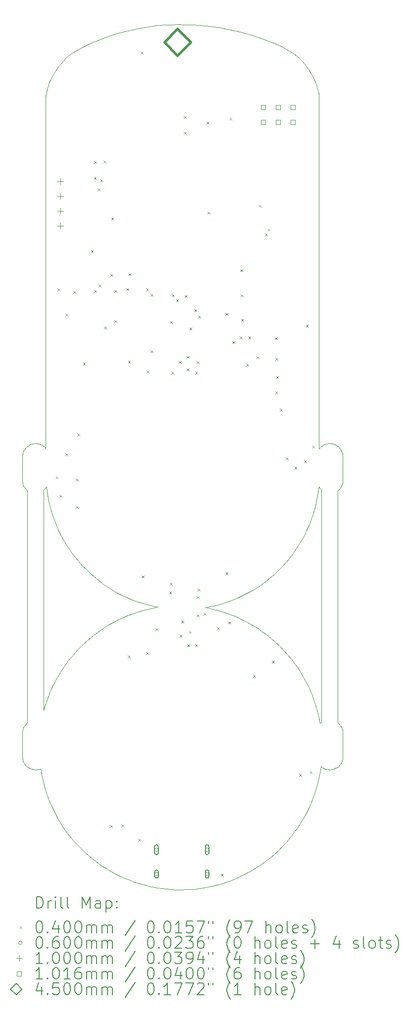
<source format=gbr>
%TF.GenerationSoftware,KiCad,Pcbnew,7.0.1*%
%TF.CreationDate,2023-08-26T08:57:49-05:00*%
%TF.ProjectId,BSidesKC23_Sponsor,42536964-6573-44b4-9332-335f53706f6e,1.1*%
%TF.SameCoordinates,Original*%
%TF.FileFunction,Drillmap*%
%TF.FilePolarity,Positive*%
%FSLAX45Y45*%
G04 Gerber Fmt 4.5, Leading zero omitted, Abs format (unit mm)*
G04 Created by KiCad (PCBNEW 7.0.1) date 2023-08-26 08:57:49*
%MOMM*%
%LPD*%
G01*
G04 APERTURE LIST*
%ADD10C,0.100000*%
%ADD11C,0.200000*%
%ADD12C,0.040000*%
%ADD13C,0.060000*%
%ADD14C,0.101600*%
%ADD15C,0.450000*%
G04 APERTURE END LIST*
D10*
X11849600Y-17261950D02*
X11863900Y-17244150D01*
X10481100Y-13350550D02*
X10390900Y-13333150D01*
X11431700Y-12882520D02*
X11505100Y-12823900D01*
X12170300Y-16748950D02*
X12201900Y-16677650D01*
X10686500Y-13404150D02*
X10770000Y-13429000D01*
X8133000Y-17310000D02*
X8168000Y-17348000D01*
X12093200Y-4044044D02*
X12052000Y-3996951D01*
X11277800Y-12990900D02*
X11355900Y-12938220D01*
X8258100Y-14009850D02*
X8213900Y-14055350D01*
X8461300Y-17623250D02*
X8520400Y-17669150D01*
X7355870Y-15300150D02*
X7334940Y-15318550D01*
X7779100Y-4257960D02*
X7752260Y-4312740D01*
X11945700Y-12338760D02*
X11997100Y-12259800D01*
X12711000Y-10629440D02*
X12698100Y-10612220D01*
X11575200Y-17547750D02*
X11579600Y-17543750D01*
X8705900Y-17796050D02*
X8733100Y-17812650D01*
X7320510Y-16023450D02*
X7334940Y-16039250D01*
X12231200Y-16605350D02*
X12258100Y-16532150D01*
X9133600Y-13194350D02*
X9222000Y-13227950D01*
X9251700Y-18045250D02*
X9329600Y-18068150D01*
X7879100Y-16946450D02*
X7917700Y-17010650D01*
X8359800Y-12683580D02*
X8426900Y-12747710D01*
X7775590Y-16747450D02*
X7824060Y-16846250D01*
X12744800Y-10709510D02*
X12739300Y-10688060D01*
X7320510Y-10612220D02*
X7307620Y-10629440D01*
X11671300Y-13995550D02*
X11598000Y-13926150D01*
X7334940Y-15318550D02*
X7320510Y-15334450D01*
X7279340Y-11225370D02*
X7286910Y-11245940D01*
X8293000Y-17474850D02*
X8347600Y-17525950D01*
X9174700Y-18019650D02*
X9251700Y-18045250D01*
X12748300Y-11181740D02*
X12749400Y-11158910D01*
X12342100Y-10620440D02*
X12342100Y-6009200D01*
X11405000Y-17685250D02*
X11437300Y-17661050D01*
X9479700Y-3397827D02*
X9368100Y-3413856D01*
X12498300Y-10531790D02*
X12476100Y-10535210D01*
X12739300Y-15410250D02*
X12731700Y-15389650D01*
X8099600Y-3872052D02*
X8050300Y-3911418D01*
X7877300Y-16943350D02*
X7879100Y-16946450D01*
X9973400Y-18155450D02*
X10086100Y-18152850D01*
X12354100Y-16168050D02*
X12364200Y-16108350D01*
X12150800Y-14664350D02*
X12151000Y-14664350D01*
X8174200Y-12475980D02*
X8233300Y-12547640D01*
X7448050Y-10535210D02*
X7426610Y-10540760D01*
X7279340Y-15410250D02*
X7273790Y-15431650D01*
X12748300Y-15453950D02*
X12744800Y-15431750D01*
X10662000Y-3427085D02*
X10541000Y-3409089D01*
X12336900Y-11267790D02*
X12336900Y-11267780D01*
X7497460Y-10530630D02*
X7493070Y-10530630D01*
X9239300Y-13409950D02*
X9153800Y-13438950D01*
X12200500Y-4196230D02*
X12167500Y-4144041D01*
X7296380Y-11265510D02*
X7307620Y-11283970D01*
X11592800Y-3700173D02*
X11481300Y-3652955D01*
X7966800Y-12166710D02*
X8014100Y-12247260D01*
X7269210Y-11158910D02*
X7270370Y-11181740D01*
X12396100Y-10569040D02*
X12378800Y-10581930D01*
X11521900Y-13859650D02*
X11443000Y-13796450D01*
X12722300Y-15987750D02*
X12731700Y-15968150D01*
X10570800Y-13371450D02*
X10570600Y-13371450D01*
X9891500Y-18154050D02*
X9973400Y-18155450D01*
X8904700Y-13544750D02*
X8824400Y-13586250D01*
X12454700Y-10540760D02*
X12434100Y-10548330D01*
X11978800Y-17088250D02*
X12021500Y-17022950D01*
X7520290Y-10531790D02*
X7497460Y-10530630D01*
X12739300Y-11225380D02*
X12744800Y-11203930D01*
X8506800Y-3661123D02*
X8404700Y-3706159D01*
X12262600Y-16519550D02*
X12262600Y-16519450D01*
X10390900Y-13333150D02*
X10487000Y-13315350D01*
X7273790Y-11203930D02*
X7279340Y-11225370D01*
X7296380Y-10647900D02*
X7286910Y-10667480D01*
X7273790Y-15431650D02*
X7270370Y-15453950D01*
X12257400Y-4303030D02*
X12230500Y-4249340D01*
X7674920Y-14955850D02*
X7653040Y-15025250D01*
X9809900Y-18149950D02*
X9891500Y-18154050D01*
X12662800Y-15300150D02*
X12662800Y-11335490D01*
X7584500Y-10548330D02*
X7563930Y-10540760D01*
X8114000Y-17287000D02*
X8133000Y-17310000D01*
X8188700Y-17367650D02*
X8240100Y-17422050D01*
X7307620Y-11283970D02*
X7320510Y-11301180D01*
X10885100Y-17977450D02*
X10945800Y-17951650D01*
X10635000Y-18063550D02*
X10698500Y-18044550D01*
X7692730Y-16544350D02*
X7731800Y-16646750D01*
X7628870Y-16334550D02*
X7658410Y-16440250D01*
X11934200Y-14302150D02*
X11873300Y-14221450D01*
X7296370Y-15987750D02*
X7307610Y-16006250D01*
X10310600Y-18131950D02*
X10421800Y-18113650D01*
X7881800Y-11999650D02*
X7922700Y-12084150D01*
X8233300Y-12547640D02*
X8295200Y-12616870D01*
X11962200Y-3910564D02*
X11913700Y-3872064D01*
X11809000Y-14143350D02*
X11741700Y-14068050D01*
X10945800Y-17951650D02*
X11005900Y-17924250D01*
X10901700Y-3473498D02*
X10782300Y-3448536D01*
X10086100Y-18152850D02*
X10198600Y-18144950D01*
X7368010Y-10569040D02*
X7350800Y-10581930D01*
X10864000Y-13467000D02*
X10935000Y-13494000D01*
X7725080Y-14818850D02*
X7698930Y-14887050D01*
X12667800Y-10581930D02*
X12650600Y-10569040D01*
X12336900Y-11267780D02*
X12348600Y-11283060D01*
X12525500Y-10530630D02*
X12521200Y-10530630D01*
X12052000Y-3996951D02*
X12008300Y-3952325D01*
X7633300Y-15095150D02*
X7633300Y-11315680D01*
X10440500Y-18110050D02*
X10440600Y-18110050D01*
X9704200Y-3376239D02*
X9591800Y-3385271D01*
X12342100Y-4573160D02*
X12342100Y-4570420D01*
X8803900Y-17853450D02*
X8875900Y-17891750D01*
X9037600Y-3482284D02*
X8929100Y-3511707D01*
X7426600Y-16094850D02*
X7448050Y-16100450D01*
X7752260Y-4312740D02*
X7728770Y-4367670D01*
X12739300Y-10688060D02*
X12731700Y-10667480D01*
X8719600Y-12976600D02*
X8798400Y-13026500D01*
X12151000Y-14664350D02*
X12150900Y-14664250D01*
X12262600Y-16519350D02*
X12281600Y-16461750D01*
X11197600Y-13040480D02*
X11277800Y-12990900D01*
X12281600Y-16461750D02*
X12299100Y-16403650D01*
X11978700Y-17088450D02*
X11978800Y-17088250D01*
X10570800Y-18080750D02*
X10635000Y-18063550D01*
X12748300Y-10731710D02*
X12744800Y-10709510D01*
X8304100Y-3754166D02*
X8205200Y-3805096D01*
X12440400Y-16089850D02*
X12459600Y-16096350D01*
X12731700Y-15968150D02*
X12739300Y-15947550D01*
X12350500Y-15270500D02*
X12355500Y-15313000D01*
X12744800Y-11203930D02*
X12748300Y-11181740D01*
X10421900Y-18113650D02*
X10440500Y-18110050D01*
X8295200Y-12616870D02*
X8359800Y-12683580D01*
X11720300Y-17408150D02*
X11786500Y-17336250D01*
X8821700Y-3544352D02*
X8715500Y-3580170D01*
X12479500Y-16101150D02*
X12500100Y-16104050D01*
X12711000Y-15351650D02*
X12698100Y-15334450D01*
X12632200Y-10557800D02*
X12612600Y-10548330D01*
X7386460Y-16077850D02*
X7406030Y-16087350D01*
X11005900Y-17924250D02*
X11065300Y-17895050D01*
X11920300Y-17170750D02*
X11973500Y-17096050D01*
X7622530Y-10569040D02*
X7604070Y-10557800D01*
X8949000Y-17927550D02*
X9023300Y-17960850D01*
X8171100Y-14101750D02*
X8129600Y-14149150D01*
X11579600Y-17543750D02*
X11579700Y-17543750D01*
X8151300Y-3836471D02*
X8099600Y-3872052D01*
X12748300Y-15903950D02*
X12749400Y-15881150D01*
X11277700Y-13679950D02*
X11191300Y-13626850D01*
X12341700Y-4567680D02*
X12332000Y-4516430D01*
X8240100Y-17422050D02*
X8293000Y-17474850D01*
X9413500Y-13361750D02*
X9325900Y-13384150D01*
X12262600Y-16519450D02*
X12262600Y-16519350D01*
X12308500Y-11462420D02*
X12324700Y-11365750D01*
X12570500Y-10535210D02*
X12548300Y-10531790D01*
X7668690Y-11281360D02*
X7681620Y-11264110D01*
X11891200Y-12415470D02*
X11945700Y-12338760D01*
X12378800Y-10581930D02*
X12363000Y-10596360D01*
X10581700Y-13293550D02*
X10674900Y-13268150D01*
X9647800Y-18133450D02*
X9728700Y-18143050D01*
X7542490Y-10535210D02*
X7520290Y-10531790D01*
X9817000Y-3370781D02*
X9704200Y-3376239D01*
X12744800Y-15431750D02*
X12739300Y-15410250D01*
X12096600Y-14559050D02*
X12046000Y-14471050D01*
X12683700Y-16039250D02*
X12698100Y-16023450D01*
X11810200Y-3806439D02*
X11810100Y-3806388D01*
X12612600Y-16087350D02*
X12632100Y-16077850D01*
X12749400Y-10754540D02*
X12748300Y-10731710D01*
X8520400Y-17669150D02*
X8580800Y-17713350D01*
X12372700Y-16048350D02*
X12388100Y-16060850D01*
X11065300Y-17895050D02*
X11123800Y-17864250D01*
X11873300Y-14221450D02*
X11809000Y-14143350D01*
X12388100Y-16060850D02*
X12404500Y-16072050D01*
X7386470Y-10557800D02*
X7368010Y-10569040D01*
X12731700Y-11245940D02*
X12739300Y-11225380D01*
X8303500Y-13965350D02*
X8303500Y-13965450D01*
X7779460Y-11735410D02*
X7810100Y-11825210D01*
X7498000Y-16105500D02*
X7468000Y-16103000D01*
X12205500Y-11834370D02*
X12236800Y-11743760D01*
X7286910Y-15389650D02*
X7279340Y-15410250D01*
X11137500Y-3534181D02*
X11020200Y-3502027D01*
X7876590Y-14507050D02*
X7845910Y-14561850D01*
X12355500Y-15313000D02*
X12383000Y-15293000D01*
X7286910Y-11245940D02*
X7296380Y-11265510D01*
X11997100Y-12259800D02*
X12045400Y-12178680D01*
X11741700Y-14068050D02*
X11671300Y-13995550D01*
X7406040Y-10548330D02*
X7386470Y-10557800D01*
X7670780Y-4583810D02*
X7670780Y-4586130D01*
X10506000Y-18096250D02*
X10570800Y-18080750D01*
X7728770Y-4367670D02*
X7708770Y-4422380D01*
X11505100Y-12823900D02*
X11576100Y-12762430D01*
X8303500Y-13965450D02*
X8258100Y-14009850D01*
X7334940Y-16039250D02*
X7350790Y-16053750D01*
X12749400Y-15881150D02*
X12749400Y-15476750D01*
X8879300Y-13073320D02*
X8962200Y-13116960D01*
X11973600Y-17095950D02*
X11978700Y-17088550D01*
X12650600Y-16066650D02*
X12667800Y-16053750D01*
X7320510Y-11301180D02*
X7334940Y-11317040D01*
X9312000Y-13258150D02*
X9403700Y-13284650D01*
X10421800Y-18113650D02*
X10421900Y-18113650D01*
X7731800Y-16646750D02*
X7775590Y-16747450D01*
X7269210Y-15476750D02*
X7269210Y-15881050D01*
X11973500Y-17096050D02*
X11973600Y-17095950D01*
X12434100Y-10548330D02*
X12414500Y-10557800D01*
X12219500Y-14819550D02*
X12186600Y-14741550D01*
X8303700Y-13965150D02*
X8303500Y-13965350D01*
X12315100Y-16345250D02*
X12329600Y-16286550D01*
X11863000Y-3837224D02*
X11810200Y-3806439D01*
X12683700Y-10596360D02*
X12667800Y-10581930D01*
X12100300Y-16888350D02*
X12136500Y-16819250D01*
X12383000Y-15293000D02*
X12382600Y-15280350D01*
X9496800Y-13307450D02*
X9591400Y-13326550D01*
X12167500Y-4144041D02*
X12131700Y-4093207D01*
X7269210Y-15881050D02*
X7270370Y-15903950D01*
X7922700Y-12084150D02*
X7966800Y-12166710D01*
X12332000Y-4516430D02*
X12318600Y-4463980D01*
X12711000Y-16006250D02*
X12722300Y-15987750D01*
X8347600Y-17525950D02*
X8403700Y-17575450D01*
X8000700Y-17135150D02*
X8039000Y-17189000D01*
X12322400Y-15139550D02*
X12301000Y-15058450D01*
X12348600Y-11283060D02*
X12361600Y-11297240D01*
X8446900Y-13839050D02*
X8376800Y-13898350D01*
X8403700Y-17575450D02*
X8461300Y-17623250D01*
X12363000Y-10596360D02*
X12342100Y-10620440D01*
X12592000Y-10540760D02*
X12570500Y-10535210D01*
X12414500Y-10557800D02*
X12396100Y-10569040D01*
X10541000Y-3409089D02*
X10419400Y-3394492D01*
X8089400Y-14197450D02*
X8050600Y-14246750D01*
X7788720Y-14673850D02*
X7762240Y-14731150D01*
X12500100Y-16104050D02*
X12521200Y-16105050D01*
X12722300Y-15370050D02*
X12711000Y-15351650D01*
X7307610Y-15351650D02*
X7296370Y-15370050D01*
X7307610Y-16006250D02*
X7320510Y-16023450D01*
X12667800Y-16053750D02*
X12683700Y-16039250D01*
X12698100Y-11301190D02*
X12711000Y-11283970D01*
X8568600Y-12867840D02*
X8643000Y-12923680D01*
X8643000Y-12923680D02*
X8719600Y-12976600D01*
X8745600Y-13630850D02*
X8668300Y-13678450D01*
X12722300Y-11265520D02*
X12731700Y-11245940D01*
X8518900Y-13782550D02*
X8446900Y-13839050D01*
X7728990Y-11551110D02*
X7752390Y-11644020D01*
X12459600Y-16096350D02*
X12479500Y-16101150D01*
X8580800Y-17713350D02*
X8642700Y-17755650D01*
X11810100Y-3806388D02*
X11702400Y-3751298D01*
X10175100Y-3375263D02*
X10052600Y-3370519D01*
X7604070Y-10557800D02*
X7584500Y-10548330D01*
X12341000Y-15221450D02*
X12322400Y-15139550D01*
X8592800Y-13728950D02*
X8518900Y-13782550D01*
X7693520Y-11361080D02*
X7709340Y-11456770D01*
X8050300Y-3911418D02*
X8003400Y-3954151D01*
X8168000Y-17348000D02*
X8188700Y-17367650D01*
X9930000Y-3368947D02*
X9817000Y-3370781D01*
X7579730Y-16089150D02*
X7558000Y-16098000D01*
X12683700Y-15318550D02*
X12662800Y-15300150D01*
X7350800Y-10581930D02*
X7334940Y-10596360D01*
X12612600Y-10548330D02*
X12592000Y-10540760D01*
X12525500Y-16105050D02*
X12548300Y-16103850D01*
X7810100Y-11825210D02*
X7844250Y-11913310D01*
X8072000Y-17234000D02*
X8114000Y-17287000D01*
X12382600Y-11315680D02*
X12382600Y-15280350D01*
X11443000Y-13796450D02*
X11361600Y-13736450D01*
X8610500Y-3619110D02*
X8506800Y-3661123D01*
X12090500Y-12095500D02*
X12132200Y-12010320D01*
X12749400Y-11158910D02*
X12749400Y-10754540D01*
X7655590Y-10596360D02*
X7639740Y-10581930D01*
X7908700Y-14453250D02*
X7876590Y-14507050D01*
X12341000Y-15221450D02*
X12350500Y-15270500D01*
X7809160Y-4203700D02*
X7779100Y-4257960D01*
X8213900Y-14055350D02*
X8171100Y-14101750D01*
X7917700Y-17010650D02*
X7958200Y-17073550D01*
X9591800Y-3385271D02*
X9479700Y-3397827D01*
X9047000Y-13157340D02*
X9133600Y-13194350D01*
X10052600Y-3370519D02*
X9930000Y-3368947D01*
X12570500Y-16100450D02*
X12592000Y-16094850D01*
X11507200Y-17605650D02*
X11575200Y-17547750D01*
X7448050Y-16100450D02*
X7468000Y-16103000D01*
X11123800Y-17864250D02*
X11181700Y-17831750D01*
X8404700Y-3706159D02*
X8304100Y-3754166D01*
X7355870Y-11335490D02*
X7355870Y-15300150D01*
X11020200Y-3502027D02*
X10901700Y-3473498D01*
X12329600Y-16286550D02*
X12342600Y-16227450D01*
X9728700Y-18143050D02*
X9809900Y-18149950D01*
X7279340Y-15947550D02*
X7286910Y-15968150D01*
X12301000Y-15058450D02*
X12276700Y-14978050D01*
X7368010Y-16066650D02*
X7386460Y-16077850D01*
X7681610Y-11264110D02*
X7693520Y-11361080D01*
X10198600Y-18144950D02*
X10310600Y-18131950D01*
X11253500Y-3570016D02*
X11137500Y-3534181D01*
X7269210Y-10754540D02*
X7269210Y-11158910D01*
X11651300Y-17477350D02*
X11720300Y-17408150D01*
X12632100Y-16077850D02*
X12650600Y-16066650D01*
X11010000Y-13533000D02*
X10935000Y-13494000D01*
X7692390Y-4476500D02*
X7679790Y-4529660D01*
X10823600Y-18001550D02*
X10885100Y-17977450D01*
X12046000Y-14471050D02*
X11991800Y-14385350D01*
X12136500Y-16819250D02*
X12170300Y-16748950D01*
X7844250Y-11913310D02*
X7881800Y-11999650D01*
X7470240Y-10531790D02*
X7448050Y-10535210D01*
X8064500Y-12325700D02*
X8117900Y-12401970D01*
X12288400Y-11557700D02*
X12308500Y-11462420D01*
X8496500Y-12809150D02*
X8568600Y-12867840D01*
X12650600Y-10569040D02*
X12632200Y-10557800D01*
X9930000Y-3368947D02*
X9930000Y-3368947D01*
X12404500Y-16072050D02*
X12422000Y-16081750D01*
X12731700Y-15389650D02*
X12722300Y-15370050D01*
X9567400Y-18121150D02*
X9647800Y-18133450D01*
X9069500Y-13471050D02*
X8986400Y-13506350D01*
X7845910Y-14561850D02*
X7816610Y-14617450D01*
X10766500Y-13238950D02*
X10856400Y-13206150D01*
X12318600Y-4463980D02*
X12301600Y-4410700D01*
X7563930Y-10540760D02*
X7542490Y-10535210D01*
X11598000Y-13926150D02*
X11521900Y-13859650D01*
X12264500Y-11651510D02*
X12288400Y-11557700D01*
X11010000Y-13533000D02*
X11047000Y-13551000D01*
X11991800Y-14385350D02*
X11934200Y-14302150D01*
X12131700Y-4093207D02*
X12093200Y-4044044D01*
X7942100Y-14400250D02*
X7908700Y-14453250D01*
X11084000Y-13568000D02*
X11191300Y-13626850D01*
X12301600Y-4410700D02*
X12281200Y-4356930D01*
X7307620Y-10629440D02*
X7296380Y-10647900D01*
X12143600Y-14649350D02*
X12143500Y-14649250D01*
X7816610Y-14617450D02*
X7788720Y-14673850D01*
X8376800Y-13898350D02*
X8308600Y-13960650D01*
X10698500Y-18044550D02*
X10761400Y-18023950D01*
X8824400Y-13586250D02*
X8745600Y-13630850D01*
X11238700Y-17797650D02*
X11294900Y-17761850D01*
X10487000Y-13315350D02*
X10581700Y-13293550D01*
X8117900Y-12401970D02*
X8174200Y-12475980D01*
X12299100Y-16403650D02*
X12315100Y-16345250D01*
X12186600Y-14741550D02*
X12150800Y-14664350D01*
X7270370Y-10731710D02*
X7269210Y-10754540D01*
X12739300Y-15947550D02*
X12744800Y-15926150D01*
X10570600Y-13371450D02*
X10481100Y-13350550D01*
X12548300Y-16103850D02*
X12570500Y-16100450D01*
X12150900Y-14664250D02*
X12150800Y-14664050D01*
X12521200Y-10530630D02*
X12498300Y-10531790D01*
X8962200Y-13116960D02*
X9047000Y-13157340D01*
X11481300Y-3652955D02*
X11368200Y-3609588D01*
X7958200Y-17073550D02*
X8000700Y-17135150D01*
X11355900Y-12938220D02*
X11431700Y-12882520D01*
X12236800Y-11743760D02*
X12264500Y-11651510D01*
X12361600Y-11297240D02*
X12382600Y-11315680D01*
X12150800Y-14664050D02*
X12143600Y-14649350D01*
X7334940Y-11317040D02*
X7355870Y-11335490D01*
X12722300Y-10647900D02*
X12711000Y-10629440D01*
X10419400Y-3394492D02*
X10297400Y-3383235D01*
X7633300Y-11315680D02*
X7654230Y-11297240D01*
X11849600Y-17261950D02*
X11849600Y-17261950D01*
X9329600Y-18068150D02*
X9408200Y-18088450D01*
X12201900Y-16677650D02*
X12231200Y-16605350D01*
X7350790Y-16053750D02*
X7368010Y-16066650D01*
X12045400Y-12178680D02*
X12090500Y-12095500D01*
X7334940Y-10596360D02*
X7320510Y-10612220D01*
X7752390Y-11644020D02*
X7779460Y-11735410D01*
X8986400Y-13506350D02*
X8904700Y-13544750D01*
X12324700Y-11365750D02*
X12336900Y-11267790D01*
X12698100Y-10612220D02*
X12683700Y-10596360D01*
X12476100Y-10535210D02*
X12454700Y-10540760D01*
X7878400Y-4098347D02*
X7842290Y-4150346D01*
X12342100Y-4570420D02*
X12341700Y-4567680D01*
X9222000Y-13227950D02*
X9312000Y-13258150D01*
X7842290Y-4150346D02*
X7809160Y-4203700D01*
X8715500Y-3580170D02*
X8610500Y-3619110D01*
X7273790Y-15926150D02*
X7279340Y-15947550D01*
X11294900Y-17761850D02*
X11350400Y-17724350D01*
X12698100Y-15334450D02*
X12683700Y-15318550D01*
X7762240Y-14731150D02*
X7737170Y-14789350D01*
X11863900Y-17244150D02*
X11920300Y-17170750D01*
X7658410Y-16440250D02*
X7692730Y-16544350D01*
X11773400Y-12561840D02*
X11833800Y-12489860D01*
X7708770Y-4422380D02*
X7692390Y-4476500D01*
X7917400Y-4048035D02*
X7878400Y-4098347D01*
X12336900Y-11267780D02*
X12336900Y-11267780D01*
X8003400Y-3954151D02*
X7959100Y-3999829D01*
X7320510Y-15334450D02*
X7307610Y-15351650D01*
X11181700Y-17831750D02*
X11238700Y-17797650D01*
X12249500Y-14898350D02*
X12219500Y-14819550D01*
X7406030Y-16087350D02*
X7426600Y-16094850D01*
X10770000Y-13429000D02*
X10864000Y-13467000D01*
X7698930Y-14887050D02*
X7674920Y-14955850D01*
X7286910Y-10667480D02*
X7279340Y-10688060D01*
X12258100Y-16532150D02*
X12262600Y-16519550D01*
X7877200Y-16943150D02*
X7877300Y-16943350D01*
X12364200Y-16108350D02*
X12372700Y-16048350D01*
X11576100Y-12762430D02*
X11644500Y-12698210D01*
X12662800Y-11335490D02*
X12683700Y-11317040D01*
X12021500Y-17022950D02*
X12062000Y-16956250D01*
X12592000Y-16094850D02*
X12612600Y-16087350D01*
X9098500Y-17991550D02*
X9174700Y-18019650D01*
X11702400Y-3751298D02*
X11592800Y-3700173D01*
X11644500Y-12698210D02*
X11710300Y-12631320D01*
X12281200Y-4356930D02*
X12257400Y-4303030D01*
X11350400Y-17724350D02*
X11405000Y-17685250D01*
X10944500Y-13169780D02*
X11030900Y-13130010D01*
X12711000Y-11283970D02*
X12722300Y-11265520D01*
X11913700Y-3872064D02*
X11863000Y-3837224D01*
X10297400Y-3383235D02*
X10175100Y-3375263D01*
X7604150Y-16227350D02*
X7628870Y-16334550D01*
X7296370Y-15370050D02*
X7286910Y-15389650D01*
X8642700Y-17755650D02*
X8705900Y-17796050D01*
X7639740Y-10581930D02*
X7622530Y-10569040D01*
X11115200Y-13086880D02*
X11197600Y-13040480D01*
X7671080Y-4581480D02*
X7670780Y-4583810D01*
X7286910Y-15968150D02*
X7296370Y-15987750D01*
X9147000Y-3456135D02*
X9037600Y-3482284D01*
X9487500Y-18106150D02*
X9567400Y-18121150D01*
X12749400Y-15476750D02*
X12748300Y-15453950D01*
X9325900Y-13384150D02*
X9239300Y-13409950D01*
X10440600Y-18110050D02*
X10506000Y-18096250D01*
X12683700Y-11317040D02*
X12698100Y-11301190D01*
X7270370Y-11181740D02*
X7273790Y-11203930D01*
X10761400Y-18023950D02*
X10823600Y-18001550D01*
X12548300Y-10531790D02*
X12525500Y-10530630D01*
X10686500Y-13404150D02*
X10585700Y-13375350D01*
X11437300Y-17661050D02*
X11507200Y-17605650D01*
X7959100Y-3999829D02*
X7917400Y-4048035D01*
X10585700Y-13375350D02*
X10570800Y-13371450D01*
X8668300Y-13678450D02*
X8592800Y-13728950D01*
X7670780Y-10613150D02*
X7655590Y-10596360D01*
X12008300Y-3952325D02*
X11962200Y-3910564D01*
X7426610Y-10540760D02*
X7406040Y-10548330D01*
X12342600Y-16227450D02*
X12354100Y-16168050D01*
X8039000Y-17189000D02*
X8072000Y-17234000D01*
X11361600Y-13736450D02*
X11277700Y-13679950D01*
X7270370Y-15453950D02*
X7269210Y-15476750D01*
X7279340Y-10688060D02*
X7273790Y-10709510D01*
X11833800Y-12489860D02*
X11891200Y-12415470D01*
X8205200Y-3805096D02*
X8151300Y-3836471D01*
X7558000Y-16098000D02*
X7528000Y-16103000D01*
X10674900Y-13268150D02*
X10766500Y-13238950D01*
X7579730Y-16089150D02*
X7604150Y-16227350D01*
X9368100Y-3413856D02*
X9257200Y-3433309D01*
X7737170Y-14789350D02*
X7725080Y-14818850D01*
X9023300Y-17960850D02*
X9098500Y-17991550D01*
X7654230Y-11297240D02*
X7668690Y-11281360D01*
X7709340Y-11456770D02*
X7728990Y-11551110D01*
X7270370Y-15903950D02*
X7273790Y-15926150D01*
X7670780Y-5996230D02*
X7670780Y-10613150D01*
X12698100Y-16023450D02*
X12711000Y-16006250D01*
X12230500Y-4249340D02*
X12200500Y-4196230D01*
X9403700Y-13284650D02*
X9496800Y-13307450D01*
X9257200Y-3433309D02*
X9147000Y-3456135D01*
X8733100Y-17812650D02*
X8803900Y-17853450D01*
X9408200Y-18088450D02*
X9487500Y-18106150D01*
X7976900Y-14348150D02*
X7942100Y-14400250D01*
X12170600Y-11923250D02*
X12205500Y-11834370D01*
X12276700Y-14978050D02*
X12249500Y-14898350D01*
X11710300Y-12631320D02*
X11773400Y-12561840D01*
X7670780Y-4586130D02*
X7670780Y-5996230D01*
X8308600Y-13960650D02*
X8303700Y-13965150D01*
X8050600Y-14246750D02*
X8013100Y-14296950D01*
X8929100Y-3511707D02*
X8821700Y-3544352D01*
X11786500Y-17336250D02*
X11849600Y-17261950D01*
X9930000Y-3368947D02*
X9930000Y-3368947D01*
X7493070Y-10530630D02*
X7470240Y-10531790D01*
X8129600Y-14149150D02*
X8089400Y-14197450D01*
X7824060Y-16846250D02*
X7877200Y-16943150D01*
X8013100Y-14296950D02*
X7976900Y-14348150D01*
X11978700Y-17088550D02*
X11978700Y-17088450D01*
X12521200Y-16105050D02*
X12525500Y-16105050D01*
X12132200Y-12010320D02*
X12170600Y-11923250D01*
X8426900Y-12747710D02*
X8496500Y-12809150D01*
X8798400Y-13026500D02*
X8879300Y-13073320D01*
X11368200Y-3609588D02*
X11253500Y-3570016D01*
X11030900Y-13130010D02*
X11115200Y-13086880D01*
X12731700Y-10667480D02*
X12722300Y-10647900D01*
X10782300Y-3448536D02*
X10662000Y-3427085D01*
X8875900Y-17891750D02*
X8949000Y-17927550D01*
X9591400Y-13326550D02*
X9502000Y-13342450D01*
X7653040Y-15025250D02*
X7633300Y-15095150D01*
X12143500Y-14649250D02*
X12096600Y-14559050D01*
X9153800Y-13438950D02*
X9069500Y-13471050D01*
X11047000Y-13551000D02*
X11084000Y-13568000D01*
X12422000Y-16081750D02*
X12440400Y-16089850D01*
X11579700Y-17543750D02*
X11651300Y-17477350D01*
X12062000Y-16956250D02*
X12100300Y-16888350D01*
X7679790Y-4529660D02*
X7671080Y-4581480D01*
X9502000Y-13342450D02*
X9413500Y-13361750D01*
X12744800Y-15926150D02*
X12748300Y-15903950D01*
X10856400Y-13206150D02*
X10944500Y-13169780D01*
X7273790Y-10709510D02*
X7270370Y-10731710D01*
X7528000Y-16103000D02*
X7498000Y-16105500D01*
X8014100Y-12247260D02*
X8064500Y-12325700D01*
X12342100Y-6009200D02*
X12342100Y-4573160D01*
D11*
D12*
X7840500Y-11093000D02*
X7880500Y-11133000D01*
X7880500Y-11093000D02*
X7840500Y-11133000D01*
X7872000Y-7881000D02*
X7912000Y-7921000D01*
X7912000Y-7881000D02*
X7872000Y-7921000D01*
X7903000Y-11408000D02*
X7943000Y-11448000D01*
X7943000Y-11408000D02*
X7903000Y-11448000D01*
X8004000Y-10698000D02*
X8044000Y-10738000D01*
X8044000Y-10698000D02*
X8004000Y-10738000D01*
X8009000Y-8315000D02*
X8049000Y-8355000D01*
X8049000Y-8315000D02*
X8009000Y-8355000D01*
X8141000Y-7924000D02*
X8181000Y-7964000D01*
X8181000Y-7924000D02*
X8141000Y-7964000D01*
X8185550Y-11595161D02*
X8225550Y-11635161D01*
X8225550Y-11595161D02*
X8185550Y-11635161D01*
X8186950Y-11129000D02*
X8226950Y-11169000D01*
X8226950Y-11129000D02*
X8186950Y-11169000D01*
X8207000Y-10362000D02*
X8247000Y-10402000D01*
X8247000Y-10362000D02*
X8207000Y-10402000D01*
X8306000Y-9151000D02*
X8346000Y-9191000D01*
X8346000Y-9151000D02*
X8306000Y-9191000D01*
X8442000Y-7231000D02*
X8482000Y-7271000D01*
X8482000Y-7231000D02*
X8442000Y-7271000D01*
X8493500Y-5975500D02*
X8533500Y-6015500D01*
X8533500Y-5975500D02*
X8493500Y-6015500D01*
X8496000Y-5707000D02*
X8536000Y-5747000D01*
X8536000Y-5707000D02*
X8496000Y-5747000D01*
X8498000Y-7905500D02*
X8538000Y-7945500D01*
X8538000Y-7905500D02*
X8498000Y-7945500D01*
X8558050Y-6168000D02*
X8598050Y-6208000D01*
X8598050Y-6168000D02*
X8558050Y-6208000D01*
X8575500Y-7813000D02*
X8615500Y-7853000D01*
X8615500Y-7813000D02*
X8575500Y-7853000D01*
X8598050Y-6016593D02*
X8638050Y-6056593D01*
X8638050Y-6016593D02*
X8598050Y-6056593D01*
X8657000Y-5695000D02*
X8697000Y-5735000D01*
X8697000Y-5695000D02*
X8657000Y-5735000D01*
X8665000Y-8533000D02*
X8705000Y-8573000D01*
X8705000Y-8533000D02*
X8665000Y-8573000D01*
X8770000Y-17050000D02*
X8810000Y-17090000D01*
X8810000Y-17050000D02*
X8770000Y-17090000D01*
X8778000Y-7635500D02*
X8818000Y-7675500D01*
X8818000Y-7635500D02*
X8778000Y-7675500D01*
X8790000Y-6672000D02*
X8830000Y-6712000D01*
X8830000Y-6672000D02*
X8790000Y-6712000D01*
X8843000Y-7905000D02*
X8883000Y-7945000D01*
X8883000Y-7905000D02*
X8843000Y-7945000D01*
X8843000Y-8421000D02*
X8883000Y-8461000D01*
X8883000Y-8421000D02*
X8843000Y-8461000D01*
X8962000Y-17043000D02*
X9002000Y-17083000D01*
X9002000Y-17043000D02*
X8962000Y-17083000D01*
X9046076Y-7875286D02*
X9086076Y-7915286D01*
X9086076Y-7875286D02*
X9046076Y-7915286D01*
X9071056Y-14152056D02*
X9111056Y-14192056D01*
X9111056Y-14152056D02*
X9071056Y-14192056D01*
X9077000Y-9116000D02*
X9117000Y-9156000D01*
X9117000Y-9116000D02*
X9077000Y-9156000D01*
X9083237Y-7622763D02*
X9123237Y-7662763D01*
X9123237Y-7622763D02*
X9083237Y-7662763D01*
X9253000Y-17285000D02*
X9293000Y-17325000D01*
X9293000Y-17285000D02*
X9253000Y-17325000D01*
X9292000Y-3836000D02*
X9332000Y-3876000D01*
X9332000Y-3836000D02*
X9292000Y-3876000D01*
X9308000Y-12785500D02*
X9348000Y-12825500D01*
X9348000Y-12785500D02*
X9308000Y-12825500D01*
X9385000Y-14093000D02*
X9425000Y-14133000D01*
X9425000Y-14093000D02*
X9385000Y-14133000D01*
X9386000Y-7880000D02*
X9426000Y-7920000D01*
X9426000Y-7880000D02*
X9386000Y-7920000D01*
X9395550Y-9283000D02*
X9435550Y-9323000D01*
X9435550Y-9283000D02*
X9395550Y-9323000D01*
X9461671Y-7975823D02*
X9501671Y-8015823D01*
X9501671Y-7975823D02*
X9461671Y-8015823D01*
X9463000Y-8935500D02*
X9503000Y-8975500D01*
X9503000Y-8935500D02*
X9463000Y-8975500D01*
X9545500Y-13690500D02*
X9585500Y-13730500D01*
X9585500Y-13690500D02*
X9545500Y-13730500D01*
X9780500Y-13060500D02*
X9820500Y-13100500D01*
X9820500Y-13060500D02*
X9780500Y-13100500D01*
X9790500Y-12908000D02*
X9830500Y-12948000D01*
X9830500Y-12908000D02*
X9790500Y-12948000D01*
X9792950Y-8440330D02*
X9832950Y-8480330D01*
X9832950Y-8440330D02*
X9792950Y-8480330D01*
X9817000Y-9302950D02*
X9857000Y-9342950D01*
X9857000Y-9302950D02*
X9817000Y-9342950D01*
X9824444Y-7984444D02*
X9864444Y-8024444D01*
X9864444Y-7984444D02*
X9824444Y-8024444D01*
X9899306Y-8066306D02*
X9939306Y-8106306D01*
X9939306Y-8066306D02*
X9899306Y-8106306D01*
X9944000Y-9121550D02*
X9984000Y-9161550D01*
X9984000Y-9121550D02*
X9944000Y-9161550D01*
X9957000Y-13798000D02*
X9997000Y-13838000D01*
X9997000Y-13798000D02*
X9957000Y-13838000D01*
X9990000Y-13556000D02*
X10030000Y-13596000D01*
X10030000Y-13556000D02*
X9990000Y-13596000D01*
X10029000Y-5202000D02*
X10069000Y-5242000D01*
X10069000Y-5202000D02*
X10029000Y-5242000D01*
X10033000Y-4935000D02*
X10073000Y-4975000D01*
X10073000Y-4935000D02*
X10033000Y-4975000D01*
X10047139Y-7995374D02*
X10087139Y-8035374D01*
X10087139Y-7995374D02*
X10047139Y-8035374D01*
X10081000Y-9037000D02*
X10121000Y-9077000D01*
X10121000Y-9037000D02*
X10081000Y-9077000D01*
X10082550Y-9247450D02*
X10122550Y-9287450D01*
X10122550Y-9247450D02*
X10082550Y-9287450D01*
X10088000Y-13964359D02*
X10128000Y-14004359D01*
X10128000Y-13964359D02*
X10088000Y-14004359D01*
X10120020Y-13735601D02*
X10160020Y-13775601D01*
X10160020Y-13735601D02*
X10120020Y-13775601D01*
X10128521Y-8548479D02*
X10168521Y-8588479D01*
X10168521Y-8548479D02*
X10128521Y-8588479D01*
X10212000Y-8238000D02*
X10252000Y-8278000D01*
X10252000Y-8238000D02*
X10212000Y-8278000D01*
X10222000Y-13961000D02*
X10262000Y-14001000D01*
X10262000Y-13961000D02*
X10222000Y-14001000D01*
X10222996Y-9300450D02*
X10262996Y-9340450D01*
X10262996Y-9300450D02*
X10222996Y-9340450D01*
X10249000Y-13139000D02*
X10289000Y-13179000D01*
X10289000Y-13139000D02*
X10249000Y-13179000D01*
X10249000Y-13453000D02*
X10289000Y-13493000D01*
X10289000Y-13453000D02*
X10249000Y-13493000D01*
X10251000Y-9125000D02*
X10291000Y-9165000D01*
X10291000Y-9125000D02*
X10251000Y-9165000D01*
X10266000Y-13014000D02*
X10306000Y-13054000D01*
X10306000Y-13014000D02*
X10266000Y-13054000D01*
X10273194Y-8344806D02*
X10313194Y-8384806D01*
X10313194Y-8344806D02*
X10273194Y-8384806D01*
X10371554Y-13422902D02*
X10411554Y-13462902D01*
X10411554Y-13422902D02*
X10371554Y-13462902D01*
X10420550Y-5032000D02*
X10460550Y-5072000D01*
X10460550Y-5032000D02*
X10420550Y-5072000D01*
X10439250Y-6566750D02*
X10479250Y-6606750D01*
X10479250Y-6566750D02*
X10439250Y-6606750D01*
X10600000Y-13670000D02*
X10640000Y-13710000D01*
X10640000Y-13670000D02*
X10600000Y-13710000D01*
X10663500Y-17882500D02*
X10703500Y-17922500D01*
X10703500Y-17882500D02*
X10663500Y-17922500D01*
X10742000Y-8299000D02*
X10782000Y-8339000D01*
X10782000Y-8299000D02*
X10742000Y-8339000D01*
X10745500Y-12733000D02*
X10785500Y-12773000D01*
X10785500Y-12733000D02*
X10745500Y-12773000D01*
X10790000Y-13574000D02*
X10830000Y-13614000D01*
X10830000Y-13574000D02*
X10790000Y-13614000D01*
X10814000Y-4963000D02*
X10854000Y-5003000D01*
X10854000Y-4963000D02*
X10814000Y-5003000D01*
X10857000Y-8782050D02*
X10897000Y-8822050D01*
X10897000Y-8782050D02*
X10857000Y-8822050D01*
X10984169Y-8703169D02*
X11024169Y-8743169D01*
X11024169Y-8703169D02*
X10984169Y-8743169D01*
X10995000Y-7554000D02*
X11035000Y-7594000D01*
X11035000Y-7554000D02*
X10995000Y-7594000D01*
X11004000Y-7981000D02*
X11044000Y-8021000D01*
X11044000Y-7981000D02*
X11004000Y-8021000D01*
X11010000Y-8401000D02*
X11050000Y-8441000D01*
X11050000Y-8401000D02*
X11010000Y-8441000D01*
X11099084Y-9165550D02*
X11139084Y-9205550D01*
X11139084Y-9165550D02*
X11099084Y-9205550D01*
X11134907Y-8702050D02*
X11174907Y-8742050D01*
X11174907Y-8702050D02*
X11134907Y-8742050D01*
X11214000Y-14482000D02*
X11254000Y-14522000D01*
X11254000Y-14482000D02*
X11214000Y-14522000D01*
X11275899Y-9038450D02*
X11315899Y-9078450D01*
X11315899Y-9038450D02*
X11275899Y-9078450D01*
X11312000Y-6453000D02*
X11352000Y-6493000D01*
X11352000Y-6453000D02*
X11312000Y-6493000D01*
X11418002Y-6943040D02*
X11458002Y-6983040D01*
X11458002Y-6943040D02*
X11418002Y-6983040D01*
X11463944Y-6859944D02*
X11503944Y-6899944D01*
X11503944Y-6859944D02*
X11463944Y-6899944D01*
X11539000Y-14244000D02*
X11579000Y-14284000D01*
X11579000Y-14244000D02*
X11539000Y-14284000D01*
X11589000Y-8715000D02*
X11629000Y-8755000D01*
X11629000Y-8715000D02*
X11589000Y-8755000D01*
X11597000Y-9065000D02*
X11637000Y-9105000D01*
X11637000Y-9065000D02*
X11597000Y-9105000D01*
X11599056Y-9641944D02*
X11639056Y-9681944D01*
X11639056Y-9641944D02*
X11599056Y-9681944D01*
X11610000Y-9377000D02*
X11650000Y-9417000D01*
X11650000Y-9377000D02*
X11610000Y-9417000D01*
X11670500Y-9938000D02*
X11710500Y-9978000D01*
X11710500Y-9938000D02*
X11670500Y-9978000D01*
X11774000Y-10765000D02*
X11814000Y-10805000D01*
X11814000Y-10765000D02*
X11774000Y-10805000D01*
X11923000Y-10930000D02*
X11963000Y-10970000D01*
X11963000Y-10930000D02*
X11923000Y-10970000D01*
X12000550Y-16178000D02*
X12040550Y-16218000D01*
X12040550Y-16178000D02*
X12000550Y-16218000D01*
X12088000Y-10817000D02*
X12128000Y-10857000D01*
X12128000Y-10817000D02*
X12088000Y-10857000D01*
X12117143Y-8497899D02*
X12157143Y-8537899D01*
X12157143Y-8497899D02*
X12117143Y-8537899D01*
X12184000Y-16130000D02*
X12224000Y-16170000D01*
X12224000Y-16130000D02*
X12184000Y-16170000D01*
X12227000Y-10569000D02*
X12267000Y-10609000D01*
X12267000Y-10569000D02*
X12227000Y-10609000D01*
D13*
X9593500Y-17474250D02*
G75*
G03*
X9593500Y-17474250I-30000J0D01*
G01*
D11*
X9593500Y-17529250D02*
X9593500Y-17419250D01*
X9593500Y-17419250D02*
G75*
G03*
X9533500Y-17419250I-30000J0D01*
G01*
X9533500Y-17419250D02*
X9533500Y-17529250D01*
X9533500Y-17529250D02*
G75*
G03*
X9593500Y-17529250I30000J0D01*
G01*
D13*
X9593500Y-17889250D02*
G75*
G03*
X9593500Y-17889250I-30000J0D01*
G01*
D11*
X9593500Y-17929250D02*
X9593500Y-17849250D01*
X9593500Y-17849250D02*
G75*
G03*
X9533500Y-17849250I-30000J0D01*
G01*
X9533500Y-17849250D02*
X9533500Y-17929250D01*
X9533500Y-17929250D02*
G75*
G03*
X9593500Y-17929250I30000J0D01*
G01*
D13*
X10457500Y-17474250D02*
G75*
G03*
X10457500Y-17474250I-30000J0D01*
G01*
D11*
X10457500Y-17529250D02*
X10457500Y-17419250D01*
X10457500Y-17419250D02*
G75*
G03*
X10397500Y-17419250I-30000J0D01*
G01*
X10397500Y-17419250D02*
X10397500Y-17529250D01*
X10397500Y-17529250D02*
G75*
G03*
X10457500Y-17529250I30000J0D01*
G01*
D13*
X10457500Y-17889250D02*
G75*
G03*
X10457500Y-17889250I-30000J0D01*
G01*
D11*
X10457500Y-17929250D02*
X10457500Y-17849250D01*
X10457500Y-17849250D02*
G75*
G03*
X10397500Y-17849250I-30000J0D01*
G01*
X10397500Y-17849250D02*
X10397500Y-17929250D01*
X10397500Y-17929250D02*
G75*
G03*
X10457500Y-17929250I30000J0D01*
G01*
D10*
X7920500Y-5998500D02*
X7920500Y-6098500D01*
X7870500Y-6048500D02*
X7970500Y-6048500D01*
X7920500Y-6252500D02*
X7920500Y-6352500D01*
X7870500Y-6302500D02*
X7970500Y-6302500D01*
X7920500Y-6506500D02*
X7920500Y-6606500D01*
X7870500Y-6556500D02*
X7970500Y-6556500D01*
X7920500Y-6760500D02*
X7920500Y-6860500D01*
X7870500Y-6810500D02*
X7970500Y-6810500D01*
D14*
X11424921Y-4818921D02*
X11424921Y-4747079D01*
X11353079Y-4747079D01*
X11353079Y-4818921D01*
X11424921Y-4818921D01*
X11424921Y-5072921D02*
X11424921Y-5001079D01*
X11353079Y-5001079D01*
X11353079Y-5072921D01*
X11424921Y-5072921D01*
X11678921Y-4818921D02*
X11678921Y-4747079D01*
X11607079Y-4747079D01*
X11607079Y-4818921D01*
X11678921Y-4818921D01*
X11678921Y-5072921D02*
X11678921Y-5001079D01*
X11607079Y-5001079D01*
X11607079Y-5072921D01*
X11678921Y-5072921D01*
X11932921Y-4818921D02*
X11932921Y-4747079D01*
X11861079Y-4747079D01*
X11861079Y-4818921D01*
X11932921Y-4818921D01*
X11932921Y-5072921D02*
X11932921Y-5001079D01*
X11861079Y-5001079D01*
X11861079Y-5072921D01*
X11932921Y-5072921D01*
D15*
X9920500Y-3895500D02*
X10145500Y-3670500D01*
X9920500Y-3445500D01*
X9695500Y-3670500D01*
X9920500Y-3895500D01*
D11*
X7511829Y-18472974D02*
X7511829Y-18272974D01*
X7511829Y-18272974D02*
X7559448Y-18272974D01*
X7559448Y-18272974D02*
X7588019Y-18282498D01*
X7588019Y-18282498D02*
X7607067Y-18301545D01*
X7607067Y-18301545D02*
X7616591Y-18320593D01*
X7616591Y-18320593D02*
X7626115Y-18358688D01*
X7626115Y-18358688D02*
X7626115Y-18387260D01*
X7626115Y-18387260D02*
X7616591Y-18425355D01*
X7616591Y-18425355D02*
X7607067Y-18444402D01*
X7607067Y-18444402D02*
X7588019Y-18463450D01*
X7588019Y-18463450D02*
X7559448Y-18472974D01*
X7559448Y-18472974D02*
X7511829Y-18472974D01*
X7711829Y-18472974D02*
X7711829Y-18339640D01*
X7711829Y-18377736D02*
X7721353Y-18358688D01*
X7721353Y-18358688D02*
X7730877Y-18349164D01*
X7730877Y-18349164D02*
X7749924Y-18339640D01*
X7749924Y-18339640D02*
X7768972Y-18339640D01*
X7835638Y-18472974D02*
X7835638Y-18339640D01*
X7835638Y-18272974D02*
X7826115Y-18282498D01*
X7826115Y-18282498D02*
X7835638Y-18292021D01*
X7835638Y-18292021D02*
X7845162Y-18282498D01*
X7845162Y-18282498D02*
X7835638Y-18272974D01*
X7835638Y-18272974D02*
X7835638Y-18292021D01*
X7959448Y-18472974D02*
X7940400Y-18463450D01*
X7940400Y-18463450D02*
X7930877Y-18444402D01*
X7930877Y-18444402D02*
X7930877Y-18272974D01*
X8064210Y-18472974D02*
X8045162Y-18463450D01*
X8045162Y-18463450D02*
X8035638Y-18444402D01*
X8035638Y-18444402D02*
X8035638Y-18272974D01*
X8292781Y-18472974D02*
X8292781Y-18272974D01*
X8292781Y-18272974D02*
X8359448Y-18415831D01*
X8359448Y-18415831D02*
X8426115Y-18272974D01*
X8426115Y-18272974D02*
X8426115Y-18472974D01*
X8607067Y-18472974D02*
X8607067Y-18368212D01*
X8607067Y-18368212D02*
X8597543Y-18349164D01*
X8597543Y-18349164D02*
X8578496Y-18339640D01*
X8578496Y-18339640D02*
X8540400Y-18339640D01*
X8540400Y-18339640D02*
X8521353Y-18349164D01*
X8607067Y-18463450D02*
X8588020Y-18472974D01*
X8588020Y-18472974D02*
X8540400Y-18472974D01*
X8540400Y-18472974D02*
X8521353Y-18463450D01*
X8521353Y-18463450D02*
X8511829Y-18444402D01*
X8511829Y-18444402D02*
X8511829Y-18425355D01*
X8511829Y-18425355D02*
X8521353Y-18406307D01*
X8521353Y-18406307D02*
X8540400Y-18396783D01*
X8540400Y-18396783D02*
X8588020Y-18396783D01*
X8588020Y-18396783D02*
X8607067Y-18387260D01*
X8702305Y-18339640D02*
X8702305Y-18539640D01*
X8702305Y-18349164D02*
X8721353Y-18339640D01*
X8721353Y-18339640D02*
X8759448Y-18339640D01*
X8759448Y-18339640D02*
X8778496Y-18349164D01*
X8778496Y-18349164D02*
X8788020Y-18358688D01*
X8788020Y-18358688D02*
X8797543Y-18377736D01*
X8797543Y-18377736D02*
X8797543Y-18434879D01*
X8797543Y-18434879D02*
X8788020Y-18453926D01*
X8788020Y-18453926D02*
X8778496Y-18463450D01*
X8778496Y-18463450D02*
X8759448Y-18472974D01*
X8759448Y-18472974D02*
X8721353Y-18472974D01*
X8721353Y-18472974D02*
X8702305Y-18463450D01*
X8883258Y-18453926D02*
X8892781Y-18463450D01*
X8892781Y-18463450D02*
X8883258Y-18472974D01*
X8883258Y-18472974D02*
X8873734Y-18463450D01*
X8873734Y-18463450D02*
X8883258Y-18453926D01*
X8883258Y-18453926D02*
X8883258Y-18472974D01*
X8883258Y-18349164D02*
X8892781Y-18358688D01*
X8892781Y-18358688D02*
X8883258Y-18368212D01*
X8883258Y-18368212D02*
X8873734Y-18358688D01*
X8873734Y-18358688D02*
X8883258Y-18349164D01*
X8883258Y-18349164D02*
X8883258Y-18368212D01*
D12*
X7224210Y-18780450D02*
X7264210Y-18820450D01*
X7264210Y-18780450D02*
X7224210Y-18820450D01*
D11*
X7549924Y-18692974D02*
X7568972Y-18692974D01*
X7568972Y-18692974D02*
X7588019Y-18702498D01*
X7588019Y-18702498D02*
X7597543Y-18712021D01*
X7597543Y-18712021D02*
X7607067Y-18731069D01*
X7607067Y-18731069D02*
X7616591Y-18769164D01*
X7616591Y-18769164D02*
X7616591Y-18816783D01*
X7616591Y-18816783D02*
X7607067Y-18854879D01*
X7607067Y-18854879D02*
X7597543Y-18873926D01*
X7597543Y-18873926D02*
X7588019Y-18883450D01*
X7588019Y-18883450D02*
X7568972Y-18892974D01*
X7568972Y-18892974D02*
X7549924Y-18892974D01*
X7549924Y-18892974D02*
X7530877Y-18883450D01*
X7530877Y-18883450D02*
X7521353Y-18873926D01*
X7521353Y-18873926D02*
X7511829Y-18854879D01*
X7511829Y-18854879D02*
X7502305Y-18816783D01*
X7502305Y-18816783D02*
X7502305Y-18769164D01*
X7502305Y-18769164D02*
X7511829Y-18731069D01*
X7511829Y-18731069D02*
X7521353Y-18712021D01*
X7521353Y-18712021D02*
X7530877Y-18702498D01*
X7530877Y-18702498D02*
X7549924Y-18692974D01*
X7702305Y-18873926D02*
X7711829Y-18883450D01*
X7711829Y-18883450D02*
X7702305Y-18892974D01*
X7702305Y-18892974D02*
X7692781Y-18883450D01*
X7692781Y-18883450D02*
X7702305Y-18873926D01*
X7702305Y-18873926D02*
X7702305Y-18892974D01*
X7883258Y-18759640D02*
X7883258Y-18892974D01*
X7835638Y-18683450D02*
X7788019Y-18826307D01*
X7788019Y-18826307D02*
X7911829Y-18826307D01*
X8026115Y-18692974D02*
X8045162Y-18692974D01*
X8045162Y-18692974D02*
X8064210Y-18702498D01*
X8064210Y-18702498D02*
X8073734Y-18712021D01*
X8073734Y-18712021D02*
X8083258Y-18731069D01*
X8083258Y-18731069D02*
X8092781Y-18769164D01*
X8092781Y-18769164D02*
X8092781Y-18816783D01*
X8092781Y-18816783D02*
X8083258Y-18854879D01*
X8083258Y-18854879D02*
X8073734Y-18873926D01*
X8073734Y-18873926D02*
X8064210Y-18883450D01*
X8064210Y-18883450D02*
X8045162Y-18892974D01*
X8045162Y-18892974D02*
X8026115Y-18892974D01*
X8026115Y-18892974D02*
X8007067Y-18883450D01*
X8007067Y-18883450D02*
X7997543Y-18873926D01*
X7997543Y-18873926D02*
X7988019Y-18854879D01*
X7988019Y-18854879D02*
X7978496Y-18816783D01*
X7978496Y-18816783D02*
X7978496Y-18769164D01*
X7978496Y-18769164D02*
X7988019Y-18731069D01*
X7988019Y-18731069D02*
X7997543Y-18712021D01*
X7997543Y-18712021D02*
X8007067Y-18702498D01*
X8007067Y-18702498D02*
X8026115Y-18692974D01*
X8216591Y-18692974D02*
X8235639Y-18692974D01*
X8235639Y-18692974D02*
X8254686Y-18702498D01*
X8254686Y-18702498D02*
X8264210Y-18712021D01*
X8264210Y-18712021D02*
X8273734Y-18731069D01*
X8273734Y-18731069D02*
X8283258Y-18769164D01*
X8283258Y-18769164D02*
X8283258Y-18816783D01*
X8283258Y-18816783D02*
X8273734Y-18854879D01*
X8273734Y-18854879D02*
X8264210Y-18873926D01*
X8264210Y-18873926D02*
X8254686Y-18883450D01*
X8254686Y-18883450D02*
X8235639Y-18892974D01*
X8235639Y-18892974D02*
X8216591Y-18892974D01*
X8216591Y-18892974D02*
X8197543Y-18883450D01*
X8197543Y-18883450D02*
X8188019Y-18873926D01*
X8188019Y-18873926D02*
X8178496Y-18854879D01*
X8178496Y-18854879D02*
X8168972Y-18816783D01*
X8168972Y-18816783D02*
X8168972Y-18769164D01*
X8168972Y-18769164D02*
X8178496Y-18731069D01*
X8178496Y-18731069D02*
X8188019Y-18712021D01*
X8188019Y-18712021D02*
X8197543Y-18702498D01*
X8197543Y-18702498D02*
X8216591Y-18692974D01*
X8368972Y-18892974D02*
X8368972Y-18759640D01*
X8368972Y-18778688D02*
X8378496Y-18769164D01*
X8378496Y-18769164D02*
X8397543Y-18759640D01*
X8397543Y-18759640D02*
X8426115Y-18759640D01*
X8426115Y-18759640D02*
X8445162Y-18769164D01*
X8445162Y-18769164D02*
X8454686Y-18788212D01*
X8454686Y-18788212D02*
X8454686Y-18892974D01*
X8454686Y-18788212D02*
X8464210Y-18769164D01*
X8464210Y-18769164D02*
X8483258Y-18759640D01*
X8483258Y-18759640D02*
X8511829Y-18759640D01*
X8511829Y-18759640D02*
X8530877Y-18769164D01*
X8530877Y-18769164D02*
X8540401Y-18788212D01*
X8540401Y-18788212D02*
X8540401Y-18892974D01*
X8635639Y-18892974D02*
X8635639Y-18759640D01*
X8635639Y-18778688D02*
X8645162Y-18769164D01*
X8645162Y-18769164D02*
X8664210Y-18759640D01*
X8664210Y-18759640D02*
X8692782Y-18759640D01*
X8692782Y-18759640D02*
X8711829Y-18769164D01*
X8711829Y-18769164D02*
X8721353Y-18788212D01*
X8721353Y-18788212D02*
X8721353Y-18892974D01*
X8721353Y-18788212D02*
X8730877Y-18769164D01*
X8730877Y-18769164D02*
X8749924Y-18759640D01*
X8749924Y-18759640D02*
X8778496Y-18759640D01*
X8778496Y-18759640D02*
X8797543Y-18769164D01*
X8797543Y-18769164D02*
X8807067Y-18788212D01*
X8807067Y-18788212D02*
X8807067Y-18892974D01*
X9197543Y-18683450D02*
X9026115Y-18940593D01*
X9454686Y-18692974D02*
X9473734Y-18692974D01*
X9473734Y-18692974D02*
X9492782Y-18702498D01*
X9492782Y-18702498D02*
X9502305Y-18712021D01*
X9502305Y-18712021D02*
X9511829Y-18731069D01*
X9511829Y-18731069D02*
X9521353Y-18769164D01*
X9521353Y-18769164D02*
X9521353Y-18816783D01*
X9521353Y-18816783D02*
X9511829Y-18854879D01*
X9511829Y-18854879D02*
X9502305Y-18873926D01*
X9502305Y-18873926D02*
X9492782Y-18883450D01*
X9492782Y-18883450D02*
X9473734Y-18892974D01*
X9473734Y-18892974D02*
X9454686Y-18892974D01*
X9454686Y-18892974D02*
X9435639Y-18883450D01*
X9435639Y-18883450D02*
X9426115Y-18873926D01*
X9426115Y-18873926D02*
X9416591Y-18854879D01*
X9416591Y-18854879D02*
X9407067Y-18816783D01*
X9407067Y-18816783D02*
X9407067Y-18769164D01*
X9407067Y-18769164D02*
X9416591Y-18731069D01*
X9416591Y-18731069D02*
X9426115Y-18712021D01*
X9426115Y-18712021D02*
X9435639Y-18702498D01*
X9435639Y-18702498D02*
X9454686Y-18692974D01*
X9607067Y-18873926D02*
X9616591Y-18883450D01*
X9616591Y-18883450D02*
X9607067Y-18892974D01*
X9607067Y-18892974D02*
X9597544Y-18883450D01*
X9597544Y-18883450D02*
X9607067Y-18873926D01*
X9607067Y-18873926D02*
X9607067Y-18892974D01*
X9740401Y-18692974D02*
X9759448Y-18692974D01*
X9759448Y-18692974D02*
X9778496Y-18702498D01*
X9778496Y-18702498D02*
X9788020Y-18712021D01*
X9788020Y-18712021D02*
X9797544Y-18731069D01*
X9797544Y-18731069D02*
X9807067Y-18769164D01*
X9807067Y-18769164D02*
X9807067Y-18816783D01*
X9807067Y-18816783D02*
X9797544Y-18854879D01*
X9797544Y-18854879D02*
X9788020Y-18873926D01*
X9788020Y-18873926D02*
X9778496Y-18883450D01*
X9778496Y-18883450D02*
X9759448Y-18892974D01*
X9759448Y-18892974D02*
X9740401Y-18892974D01*
X9740401Y-18892974D02*
X9721353Y-18883450D01*
X9721353Y-18883450D02*
X9711829Y-18873926D01*
X9711829Y-18873926D02*
X9702305Y-18854879D01*
X9702305Y-18854879D02*
X9692782Y-18816783D01*
X9692782Y-18816783D02*
X9692782Y-18769164D01*
X9692782Y-18769164D02*
X9702305Y-18731069D01*
X9702305Y-18731069D02*
X9711829Y-18712021D01*
X9711829Y-18712021D02*
X9721353Y-18702498D01*
X9721353Y-18702498D02*
X9740401Y-18692974D01*
X9997544Y-18892974D02*
X9883258Y-18892974D01*
X9940401Y-18892974D02*
X9940401Y-18692974D01*
X9940401Y-18692974D02*
X9921353Y-18721545D01*
X9921353Y-18721545D02*
X9902305Y-18740593D01*
X9902305Y-18740593D02*
X9883258Y-18750117D01*
X10178496Y-18692974D02*
X10083258Y-18692974D01*
X10083258Y-18692974D02*
X10073734Y-18788212D01*
X10073734Y-18788212D02*
X10083258Y-18778688D01*
X10083258Y-18778688D02*
X10102305Y-18769164D01*
X10102305Y-18769164D02*
X10149925Y-18769164D01*
X10149925Y-18769164D02*
X10168972Y-18778688D01*
X10168972Y-18778688D02*
X10178496Y-18788212D01*
X10178496Y-18788212D02*
X10188020Y-18807260D01*
X10188020Y-18807260D02*
X10188020Y-18854879D01*
X10188020Y-18854879D02*
X10178496Y-18873926D01*
X10178496Y-18873926D02*
X10168972Y-18883450D01*
X10168972Y-18883450D02*
X10149925Y-18892974D01*
X10149925Y-18892974D02*
X10102305Y-18892974D01*
X10102305Y-18892974D02*
X10083258Y-18883450D01*
X10083258Y-18883450D02*
X10073734Y-18873926D01*
X10254686Y-18692974D02*
X10388020Y-18692974D01*
X10388020Y-18692974D02*
X10302305Y-18892974D01*
X10454686Y-18692974D02*
X10454686Y-18731069D01*
X10530877Y-18692974D02*
X10530877Y-18731069D01*
X10826115Y-18969164D02*
X10816591Y-18959640D01*
X10816591Y-18959640D02*
X10797544Y-18931069D01*
X10797544Y-18931069D02*
X10788020Y-18912021D01*
X10788020Y-18912021D02*
X10778496Y-18883450D01*
X10778496Y-18883450D02*
X10768972Y-18835831D01*
X10768972Y-18835831D02*
X10768972Y-18797736D01*
X10768972Y-18797736D02*
X10778496Y-18750117D01*
X10778496Y-18750117D02*
X10788020Y-18721545D01*
X10788020Y-18721545D02*
X10797544Y-18702498D01*
X10797544Y-18702498D02*
X10816591Y-18673926D01*
X10816591Y-18673926D02*
X10826115Y-18664402D01*
X10911829Y-18892974D02*
X10949925Y-18892974D01*
X10949925Y-18892974D02*
X10968972Y-18883450D01*
X10968972Y-18883450D02*
X10978496Y-18873926D01*
X10978496Y-18873926D02*
X10997544Y-18845355D01*
X10997544Y-18845355D02*
X11007067Y-18807260D01*
X11007067Y-18807260D02*
X11007067Y-18731069D01*
X11007067Y-18731069D02*
X10997544Y-18712021D01*
X10997544Y-18712021D02*
X10988020Y-18702498D01*
X10988020Y-18702498D02*
X10968972Y-18692974D01*
X10968972Y-18692974D02*
X10930877Y-18692974D01*
X10930877Y-18692974D02*
X10911829Y-18702498D01*
X10911829Y-18702498D02*
X10902306Y-18712021D01*
X10902306Y-18712021D02*
X10892782Y-18731069D01*
X10892782Y-18731069D02*
X10892782Y-18778688D01*
X10892782Y-18778688D02*
X10902306Y-18797736D01*
X10902306Y-18797736D02*
X10911829Y-18807260D01*
X10911829Y-18807260D02*
X10930877Y-18816783D01*
X10930877Y-18816783D02*
X10968972Y-18816783D01*
X10968972Y-18816783D02*
X10988020Y-18807260D01*
X10988020Y-18807260D02*
X10997544Y-18797736D01*
X10997544Y-18797736D02*
X11007067Y-18778688D01*
X11073734Y-18692974D02*
X11207067Y-18692974D01*
X11207067Y-18692974D02*
X11121353Y-18892974D01*
X11435639Y-18892974D02*
X11435639Y-18692974D01*
X11521353Y-18892974D02*
X11521353Y-18788212D01*
X11521353Y-18788212D02*
X11511829Y-18769164D01*
X11511829Y-18769164D02*
X11492782Y-18759640D01*
X11492782Y-18759640D02*
X11464210Y-18759640D01*
X11464210Y-18759640D02*
X11445163Y-18769164D01*
X11445163Y-18769164D02*
X11435639Y-18778688D01*
X11645163Y-18892974D02*
X11626115Y-18883450D01*
X11626115Y-18883450D02*
X11616591Y-18873926D01*
X11616591Y-18873926D02*
X11607067Y-18854879D01*
X11607067Y-18854879D02*
X11607067Y-18797736D01*
X11607067Y-18797736D02*
X11616591Y-18778688D01*
X11616591Y-18778688D02*
X11626115Y-18769164D01*
X11626115Y-18769164D02*
X11645163Y-18759640D01*
X11645163Y-18759640D02*
X11673734Y-18759640D01*
X11673734Y-18759640D02*
X11692782Y-18769164D01*
X11692782Y-18769164D02*
X11702306Y-18778688D01*
X11702306Y-18778688D02*
X11711829Y-18797736D01*
X11711829Y-18797736D02*
X11711829Y-18854879D01*
X11711829Y-18854879D02*
X11702306Y-18873926D01*
X11702306Y-18873926D02*
X11692782Y-18883450D01*
X11692782Y-18883450D02*
X11673734Y-18892974D01*
X11673734Y-18892974D02*
X11645163Y-18892974D01*
X11826115Y-18892974D02*
X11807067Y-18883450D01*
X11807067Y-18883450D02*
X11797544Y-18864402D01*
X11797544Y-18864402D02*
X11797544Y-18692974D01*
X11978496Y-18883450D02*
X11959448Y-18892974D01*
X11959448Y-18892974D02*
X11921353Y-18892974D01*
X11921353Y-18892974D02*
X11902306Y-18883450D01*
X11902306Y-18883450D02*
X11892782Y-18864402D01*
X11892782Y-18864402D02*
X11892782Y-18788212D01*
X11892782Y-18788212D02*
X11902306Y-18769164D01*
X11902306Y-18769164D02*
X11921353Y-18759640D01*
X11921353Y-18759640D02*
X11959448Y-18759640D01*
X11959448Y-18759640D02*
X11978496Y-18769164D01*
X11978496Y-18769164D02*
X11988020Y-18788212D01*
X11988020Y-18788212D02*
X11988020Y-18807260D01*
X11988020Y-18807260D02*
X11892782Y-18826307D01*
X12064210Y-18883450D02*
X12083258Y-18892974D01*
X12083258Y-18892974D02*
X12121353Y-18892974D01*
X12121353Y-18892974D02*
X12140401Y-18883450D01*
X12140401Y-18883450D02*
X12149925Y-18864402D01*
X12149925Y-18864402D02*
X12149925Y-18854879D01*
X12149925Y-18854879D02*
X12140401Y-18835831D01*
X12140401Y-18835831D02*
X12121353Y-18826307D01*
X12121353Y-18826307D02*
X12092782Y-18826307D01*
X12092782Y-18826307D02*
X12073734Y-18816783D01*
X12073734Y-18816783D02*
X12064210Y-18797736D01*
X12064210Y-18797736D02*
X12064210Y-18788212D01*
X12064210Y-18788212D02*
X12073734Y-18769164D01*
X12073734Y-18769164D02*
X12092782Y-18759640D01*
X12092782Y-18759640D02*
X12121353Y-18759640D01*
X12121353Y-18759640D02*
X12140401Y-18769164D01*
X12216591Y-18969164D02*
X12226115Y-18959640D01*
X12226115Y-18959640D02*
X12245163Y-18931069D01*
X12245163Y-18931069D02*
X12254687Y-18912021D01*
X12254687Y-18912021D02*
X12264210Y-18883450D01*
X12264210Y-18883450D02*
X12273734Y-18835831D01*
X12273734Y-18835831D02*
X12273734Y-18797736D01*
X12273734Y-18797736D02*
X12264210Y-18750117D01*
X12264210Y-18750117D02*
X12254687Y-18721545D01*
X12254687Y-18721545D02*
X12245163Y-18702498D01*
X12245163Y-18702498D02*
X12226115Y-18673926D01*
X12226115Y-18673926D02*
X12216591Y-18664402D01*
D13*
X7264210Y-19064450D02*
G75*
G03*
X7264210Y-19064450I-30000J0D01*
G01*
D11*
X7549924Y-18956974D02*
X7568972Y-18956974D01*
X7568972Y-18956974D02*
X7588019Y-18966498D01*
X7588019Y-18966498D02*
X7597543Y-18976021D01*
X7597543Y-18976021D02*
X7607067Y-18995069D01*
X7607067Y-18995069D02*
X7616591Y-19033164D01*
X7616591Y-19033164D02*
X7616591Y-19080783D01*
X7616591Y-19080783D02*
X7607067Y-19118879D01*
X7607067Y-19118879D02*
X7597543Y-19137926D01*
X7597543Y-19137926D02*
X7588019Y-19147450D01*
X7588019Y-19147450D02*
X7568972Y-19156974D01*
X7568972Y-19156974D02*
X7549924Y-19156974D01*
X7549924Y-19156974D02*
X7530877Y-19147450D01*
X7530877Y-19147450D02*
X7521353Y-19137926D01*
X7521353Y-19137926D02*
X7511829Y-19118879D01*
X7511829Y-19118879D02*
X7502305Y-19080783D01*
X7502305Y-19080783D02*
X7502305Y-19033164D01*
X7502305Y-19033164D02*
X7511829Y-18995069D01*
X7511829Y-18995069D02*
X7521353Y-18976021D01*
X7521353Y-18976021D02*
X7530877Y-18966498D01*
X7530877Y-18966498D02*
X7549924Y-18956974D01*
X7702305Y-19137926D02*
X7711829Y-19147450D01*
X7711829Y-19147450D02*
X7702305Y-19156974D01*
X7702305Y-19156974D02*
X7692781Y-19147450D01*
X7692781Y-19147450D02*
X7702305Y-19137926D01*
X7702305Y-19137926D02*
X7702305Y-19156974D01*
X7883258Y-18956974D02*
X7845162Y-18956974D01*
X7845162Y-18956974D02*
X7826115Y-18966498D01*
X7826115Y-18966498D02*
X7816591Y-18976021D01*
X7816591Y-18976021D02*
X7797543Y-19004593D01*
X7797543Y-19004593D02*
X7788019Y-19042688D01*
X7788019Y-19042688D02*
X7788019Y-19118879D01*
X7788019Y-19118879D02*
X7797543Y-19137926D01*
X7797543Y-19137926D02*
X7807067Y-19147450D01*
X7807067Y-19147450D02*
X7826115Y-19156974D01*
X7826115Y-19156974D02*
X7864210Y-19156974D01*
X7864210Y-19156974D02*
X7883258Y-19147450D01*
X7883258Y-19147450D02*
X7892781Y-19137926D01*
X7892781Y-19137926D02*
X7902305Y-19118879D01*
X7902305Y-19118879D02*
X7902305Y-19071260D01*
X7902305Y-19071260D02*
X7892781Y-19052212D01*
X7892781Y-19052212D02*
X7883258Y-19042688D01*
X7883258Y-19042688D02*
X7864210Y-19033164D01*
X7864210Y-19033164D02*
X7826115Y-19033164D01*
X7826115Y-19033164D02*
X7807067Y-19042688D01*
X7807067Y-19042688D02*
X7797543Y-19052212D01*
X7797543Y-19052212D02*
X7788019Y-19071260D01*
X8026115Y-18956974D02*
X8045162Y-18956974D01*
X8045162Y-18956974D02*
X8064210Y-18966498D01*
X8064210Y-18966498D02*
X8073734Y-18976021D01*
X8073734Y-18976021D02*
X8083258Y-18995069D01*
X8083258Y-18995069D02*
X8092781Y-19033164D01*
X8092781Y-19033164D02*
X8092781Y-19080783D01*
X8092781Y-19080783D02*
X8083258Y-19118879D01*
X8083258Y-19118879D02*
X8073734Y-19137926D01*
X8073734Y-19137926D02*
X8064210Y-19147450D01*
X8064210Y-19147450D02*
X8045162Y-19156974D01*
X8045162Y-19156974D02*
X8026115Y-19156974D01*
X8026115Y-19156974D02*
X8007067Y-19147450D01*
X8007067Y-19147450D02*
X7997543Y-19137926D01*
X7997543Y-19137926D02*
X7988019Y-19118879D01*
X7988019Y-19118879D02*
X7978496Y-19080783D01*
X7978496Y-19080783D02*
X7978496Y-19033164D01*
X7978496Y-19033164D02*
X7988019Y-18995069D01*
X7988019Y-18995069D02*
X7997543Y-18976021D01*
X7997543Y-18976021D02*
X8007067Y-18966498D01*
X8007067Y-18966498D02*
X8026115Y-18956974D01*
X8216591Y-18956974D02*
X8235639Y-18956974D01*
X8235639Y-18956974D02*
X8254686Y-18966498D01*
X8254686Y-18966498D02*
X8264210Y-18976021D01*
X8264210Y-18976021D02*
X8273734Y-18995069D01*
X8273734Y-18995069D02*
X8283258Y-19033164D01*
X8283258Y-19033164D02*
X8283258Y-19080783D01*
X8283258Y-19080783D02*
X8273734Y-19118879D01*
X8273734Y-19118879D02*
X8264210Y-19137926D01*
X8264210Y-19137926D02*
X8254686Y-19147450D01*
X8254686Y-19147450D02*
X8235639Y-19156974D01*
X8235639Y-19156974D02*
X8216591Y-19156974D01*
X8216591Y-19156974D02*
X8197543Y-19147450D01*
X8197543Y-19147450D02*
X8188019Y-19137926D01*
X8188019Y-19137926D02*
X8178496Y-19118879D01*
X8178496Y-19118879D02*
X8168972Y-19080783D01*
X8168972Y-19080783D02*
X8168972Y-19033164D01*
X8168972Y-19033164D02*
X8178496Y-18995069D01*
X8178496Y-18995069D02*
X8188019Y-18976021D01*
X8188019Y-18976021D02*
X8197543Y-18966498D01*
X8197543Y-18966498D02*
X8216591Y-18956974D01*
X8368972Y-19156974D02*
X8368972Y-19023640D01*
X8368972Y-19042688D02*
X8378496Y-19033164D01*
X8378496Y-19033164D02*
X8397543Y-19023640D01*
X8397543Y-19023640D02*
X8426115Y-19023640D01*
X8426115Y-19023640D02*
X8445162Y-19033164D01*
X8445162Y-19033164D02*
X8454686Y-19052212D01*
X8454686Y-19052212D02*
X8454686Y-19156974D01*
X8454686Y-19052212D02*
X8464210Y-19033164D01*
X8464210Y-19033164D02*
X8483258Y-19023640D01*
X8483258Y-19023640D02*
X8511829Y-19023640D01*
X8511829Y-19023640D02*
X8530877Y-19033164D01*
X8530877Y-19033164D02*
X8540401Y-19052212D01*
X8540401Y-19052212D02*
X8540401Y-19156974D01*
X8635639Y-19156974D02*
X8635639Y-19023640D01*
X8635639Y-19042688D02*
X8645162Y-19033164D01*
X8645162Y-19033164D02*
X8664210Y-19023640D01*
X8664210Y-19023640D02*
X8692782Y-19023640D01*
X8692782Y-19023640D02*
X8711829Y-19033164D01*
X8711829Y-19033164D02*
X8721353Y-19052212D01*
X8721353Y-19052212D02*
X8721353Y-19156974D01*
X8721353Y-19052212D02*
X8730877Y-19033164D01*
X8730877Y-19033164D02*
X8749924Y-19023640D01*
X8749924Y-19023640D02*
X8778496Y-19023640D01*
X8778496Y-19023640D02*
X8797543Y-19033164D01*
X8797543Y-19033164D02*
X8807067Y-19052212D01*
X8807067Y-19052212D02*
X8807067Y-19156974D01*
X9197543Y-18947450D02*
X9026115Y-19204593D01*
X9454686Y-18956974D02*
X9473734Y-18956974D01*
X9473734Y-18956974D02*
X9492782Y-18966498D01*
X9492782Y-18966498D02*
X9502305Y-18976021D01*
X9502305Y-18976021D02*
X9511829Y-18995069D01*
X9511829Y-18995069D02*
X9521353Y-19033164D01*
X9521353Y-19033164D02*
X9521353Y-19080783D01*
X9521353Y-19080783D02*
X9511829Y-19118879D01*
X9511829Y-19118879D02*
X9502305Y-19137926D01*
X9502305Y-19137926D02*
X9492782Y-19147450D01*
X9492782Y-19147450D02*
X9473734Y-19156974D01*
X9473734Y-19156974D02*
X9454686Y-19156974D01*
X9454686Y-19156974D02*
X9435639Y-19147450D01*
X9435639Y-19147450D02*
X9426115Y-19137926D01*
X9426115Y-19137926D02*
X9416591Y-19118879D01*
X9416591Y-19118879D02*
X9407067Y-19080783D01*
X9407067Y-19080783D02*
X9407067Y-19033164D01*
X9407067Y-19033164D02*
X9416591Y-18995069D01*
X9416591Y-18995069D02*
X9426115Y-18976021D01*
X9426115Y-18976021D02*
X9435639Y-18966498D01*
X9435639Y-18966498D02*
X9454686Y-18956974D01*
X9607067Y-19137926D02*
X9616591Y-19147450D01*
X9616591Y-19147450D02*
X9607067Y-19156974D01*
X9607067Y-19156974D02*
X9597544Y-19147450D01*
X9597544Y-19147450D02*
X9607067Y-19137926D01*
X9607067Y-19137926D02*
X9607067Y-19156974D01*
X9740401Y-18956974D02*
X9759448Y-18956974D01*
X9759448Y-18956974D02*
X9778496Y-18966498D01*
X9778496Y-18966498D02*
X9788020Y-18976021D01*
X9788020Y-18976021D02*
X9797544Y-18995069D01*
X9797544Y-18995069D02*
X9807067Y-19033164D01*
X9807067Y-19033164D02*
X9807067Y-19080783D01*
X9807067Y-19080783D02*
X9797544Y-19118879D01*
X9797544Y-19118879D02*
X9788020Y-19137926D01*
X9788020Y-19137926D02*
X9778496Y-19147450D01*
X9778496Y-19147450D02*
X9759448Y-19156974D01*
X9759448Y-19156974D02*
X9740401Y-19156974D01*
X9740401Y-19156974D02*
X9721353Y-19147450D01*
X9721353Y-19147450D02*
X9711829Y-19137926D01*
X9711829Y-19137926D02*
X9702305Y-19118879D01*
X9702305Y-19118879D02*
X9692782Y-19080783D01*
X9692782Y-19080783D02*
X9692782Y-19033164D01*
X9692782Y-19033164D02*
X9702305Y-18995069D01*
X9702305Y-18995069D02*
X9711829Y-18976021D01*
X9711829Y-18976021D02*
X9721353Y-18966498D01*
X9721353Y-18966498D02*
X9740401Y-18956974D01*
X9883258Y-18976021D02*
X9892782Y-18966498D01*
X9892782Y-18966498D02*
X9911829Y-18956974D01*
X9911829Y-18956974D02*
X9959448Y-18956974D01*
X9959448Y-18956974D02*
X9978496Y-18966498D01*
X9978496Y-18966498D02*
X9988020Y-18976021D01*
X9988020Y-18976021D02*
X9997544Y-18995069D01*
X9997544Y-18995069D02*
X9997544Y-19014117D01*
X9997544Y-19014117D02*
X9988020Y-19042688D01*
X9988020Y-19042688D02*
X9873734Y-19156974D01*
X9873734Y-19156974D02*
X9997544Y-19156974D01*
X10064210Y-18956974D02*
X10188020Y-18956974D01*
X10188020Y-18956974D02*
X10121353Y-19033164D01*
X10121353Y-19033164D02*
X10149925Y-19033164D01*
X10149925Y-19033164D02*
X10168972Y-19042688D01*
X10168972Y-19042688D02*
X10178496Y-19052212D01*
X10178496Y-19052212D02*
X10188020Y-19071260D01*
X10188020Y-19071260D02*
X10188020Y-19118879D01*
X10188020Y-19118879D02*
X10178496Y-19137926D01*
X10178496Y-19137926D02*
X10168972Y-19147450D01*
X10168972Y-19147450D02*
X10149925Y-19156974D01*
X10149925Y-19156974D02*
X10092782Y-19156974D01*
X10092782Y-19156974D02*
X10073734Y-19147450D01*
X10073734Y-19147450D02*
X10064210Y-19137926D01*
X10359448Y-18956974D02*
X10321353Y-18956974D01*
X10321353Y-18956974D02*
X10302305Y-18966498D01*
X10302305Y-18966498D02*
X10292782Y-18976021D01*
X10292782Y-18976021D02*
X10273734Y-19004593D01*
X10273734Y-19004593D02*
X10264210Y-19042688D01*
X10264210Y-19042688D02*
X10264210Y-19118879D01*
X10264210Y-19118879D02*
X10273734Y-19137926D01*
X10273734Y-19137926D02*
X10283258Y-19147450D01*
X10283258Y-19147450D02*
X10302305Y-19156974D01*
X10302305Y-19156974D02*
X10340401Y-19156974D01*
X10340401Y-19156974D02*
X10359448Y-19147450D01*
X10359448Y-19147450D02*
X10368972Y-19137926D01*
X10368972Y-19137926D02*
X10378496Y-19118879D01*
X10378496Y-19118879D02*
X10378496Y-19071260D01*
X10378496Y-19071260D02*
X10368972Y-19052212D01*
X10368972Y-19052212D02*
X10359448Y-19042688D01*
X10359448Y-19042688D02*
X10340401Y-19033164D01*
X10340401Y-19033164D02*
X10302305Y-19033164D01*
X10302305Y-19033164D02*
X10283258Y-19042688D01*
X10283258Y-19042688D02*
X10273734Y-19052212D01*
X10273734Y-19052212D02*
X10264210Y-19071260D01*
X10454686Y-18956974D02*
X10454686Y-18995069D01*
X10530877Y-18956974D02*
X10530877Y-18995069D01*
X10826115Y-19233164D02*
X10816591Y-19223640D01*
X10816591Y-19223640D02*
X10797544Y-19195069D01*
X10797544Y-19195069D02*
X10788020Y-19176021D01*
X10788020Y-19176021D02*
X10778496Y-19147450D01*
X10778496Y-19147450D02*
X10768972Y-19099831D01*
X10768972Y-19099831D02*
X10768972Y-19061736D01*
X10768972Y-19061736D02*
X10778496Y-19014117D01*
X10778496Y-19014117D02*
X10788020Y-18985545D01*
X10788020Y-18985545D02*
X10797544Y-18966498D01*
X10797544Y-18966498D02*
X10816591Y-18937926D01*
X10816591Y-18937926D02*
X10826115Y-18928402D01*
X10940401Y-18956974D02*
X10959448Y-18956974D01*
X10959448Y-18956974D02*
X10978496Y-18966498D01*
X10978496Y-18966498D02*
X10988020Y-18976021D01*
X10988020Y-18976021D02*
X10997544Y-18995069D01*
X10997544Y-18995069D02*
X11007067Y-19033164D01*
X11007067Y-19033164D02*
X11007067Y-19080783D01*
X11007067Y-19080783D02*
X10997544Y-19118879D01*
X10997544Y-19118879D02*
X10988020Y-19137926D01*
X10988020Y-19137926D02*
X10978496Y-19147450D01*
X10978496Y-19147450D02*
X10959448Y-19156974D01*
X10959448Y-19156974D02*
X10940401Y-19156974D01*
X10940401Y-19156974D02*
X10921353Y-19147450D01*
X10921353Y-19147450D02*
X10911829Y-19137926D01*
X10911829Y-19137926D02*
X10902306Y-19118879D01*
X10902306Y-19118879D02*
X10892782Y-19080783D01*
X10892782Y-19080783D02*
X10892782Y-19033164D01*
X10892782Y-19033164D02*
X10902306Y-18995069D01*
X10902306Y-18995069D02*
X10911829Y-18976021D01*
X10911829Y-18976021D02*
X10921353Y-18966498D01*
X10921353Y-18966498D02*
X10940401Y-18956974D01*
X11245163Y-19156974D02*
X11245163Y-18956974D01*
X11330877Y-19156974D02*
X11330877Y-19052212D01*
X11330877Y-19052212D02*
X11321353Y-19033164D01*
X11321353Y-19033164D02*
X11302306Y-19023640D01*
X11302306Y-19023640D02*
X11273734Y-19023640D01*
X11273734Y-19023640D02*
X11254686Y-19033164D01*
X11254686Y-19033164D02*
X11245163Y-19042688D01*
X11454686Y-19156974D02*
X11435639Y-19147450D01*
X11435639Y-19147450D02*
X11426115Y-19137926D01*
X11426115Y-19137926D02*
X11416591Y-19118879D01*
X11416591Y-19118879D02*
X11416591Y-19061736D01*
X11416591Y-19061736D02*
X11426115Y-19042688D01*
X11426115Y-19042688D02*
X11435639Y-19033164D01*
X11435639Y-19033164D02*
X11454686Y-19023640D01*
X11454686Y-19023640D02*
X11483258Y-19023640D01*
X11483258Y-19023640D02*
X11502306Y-19033164D01*
X11502306Y-19033164D02*
X11511829Y-19042688D01*
X11511829Y-19042688D02*
X11521353Y-19061736D01*
X11521353Y-19061736D02*
X11521353Y-19118879D01*
X11521353Y-19118879D02*
X11511829Y-19137926D01*
X11511829Y-19137926D02*
X11502306Y-19147450D01*
X11502306Y-19147450D02*
X11483258Y-19156974D01*
X11483258Y-19156974D02*
X11454686Y-19156974D01*
X11635639Y-19156974D02*
X11616591Y-19147450D01*
X11616591Y-19147450D02*
X11607067Y-19128402D01*
X11607067Y-19128402D02*
X11607067Y-18956974D01*
X11788020Y-19147450D02*
X11768972Y-19156974D01*
X11768972Y-19156974D02*
X11730877Y-19156974D01*
X11730877Y-19156974D02*
X11711829Y-19147450D01*
X11711829Y-19147450D02*
X11702306Y-19128402D01*
X11702306Y-19128402D02*
X11702306Y-19052212D01*
X11702306Y-19052212D02*
X11711829Y-19033164D01*
X11711829Y-19033164D02*
X11730877Y-19023640D01*
X11730877Y-19023640D02*
X11768972Y-19023640D01*
X11768972Y-19023640D02*
X11788020Y-19033164D01*
X11788020Y-19033164D02*
X11797544Y-19052212D01*
X11797544Y-19052212D02*
X11797544Y-19071260D01*
X11797544Y-19071260D02*
X11702306Y-19090307D01*
X11873734Y-19147450D02*
X11892782Y-19156974D01*
X11892782Y-19156974D02*
X11930877Y-19156974D01*
X11930877Y-19156974D02*
X11949925Y-19147450D01*
X11949925Y-19147450D02*
X11959448Y-19128402D01*
X11959448Y-19128402D02*
X11959448Y-19118879D01*
X11959448Y-19118879D02*
X11949925Y-19099831D01*
X11949925Y-19099831D02*
X11930877Y-19090307D01*
X11930877Y-19090307D02*
X11902306Y-19090307D01*
X11902306Y-19090307D02*
X11883258Y-19080783D01*
X11883258Y-19080783D02*
X11873734Y-19061736D01*
X11873734Y-19061736D02*
X11873734Y-19052212D01*
X11873734Y-19052212D02*
X11883258Y-19033164D01*
X11883258Y-19033164D02*
X11902306Y-19023640D01*
X11902306Y-19023640D02*
X11930877Y-19023640D01*
X11930877Y-19023640D02*
X11949925Y-19033164D01*
X12197544Y-19080783D02*
X12349925Y-19080783D01*
X12273734Y-19156974D02*
X12273734Y-19004593D01*
X12683258Y-19023640D02*
X12683258Y-19156974D01*
X12635639Y-18947450D02*
X12588020Y-19090307D01*
X12588020Y-19090307D02*
X12711829Y-19090307D01*
X12930877Y-19147450D02*
X12949925Y-19156974D01*
X12949925Y-19156974D02*
X12988020Y-19156974D01*
X12988020Y-19156974D02*
X13007068Y-19147450D01*
X13007068Y-19147450D02*
X13016591Y-19128402D01*
X13016591Y-19128402D02*
X13016591Y-19118879D01*
X13016591Y-19118879D02*
X13007068Y-19099831D01*
X13007068Y-19099831D02*
X12988020Y-19090307D01*
X12988020Y-19090307D02*
X12959449Y-19090307D01*
X12959449Y-19090307D02*
X12940401Y-19080783D01*
X12940401Y-19080783D02*
X12930877Y-19061736D01*
X12930877Y-19061736D02*
X12930877Y-19052212D01*
X12930877Y-19052212D02*
X12940401Y-19033164D01*
X12940401Y-19033164D02*
X12959449Y-19023640D01*
X12959449Y-19023640D02*
X12988020Y-19023640D01*
X12988020Y-19023640D02*
X13007068Y-19033164D01*
X13130877Y-19156974D02*
X13111830Y-19147450D01*
X13111830Y-19147450D02*
X13102306Y-19128402D01*
X13102306Y-19128402D02*
X13102306Y-18956974D01*
X13235639Y-19156974D02*
X13216591Y-19147450D01*
X13216591Y-19147450D02*
X13207068Y-19137926D01*
X13207068Y-19137926D02*
X13197544Y-19118879D01*
X13197544Y-19118879D02*
X13197544Y-19061736D01*
X13197544Y-19061736D02*
X13207068Y-19042688D01*
X13207068Y-19042688D02*
X13216591Y-19033164D01*
X13216591Y-19033164D02*
X13235639Y-19023640D01*
X13235639Y-19023640D02*
X13264211Y-19023640D01*
X13264211Y-19023640D02*
X13283258Y-19033164D01*
X13283258Y-19033164D02*
X13292782Y-19042688D01*
X13292782Y-19042688D02*
X13302306Y-19061736D01*
X13302306Y-19061736D02*
X13302306Y-19118879D01*
X13302306Y-19118879D02*
X13292782Y-19137926D01*
X13292782Y-19137926D02*
X13283258Y-19147450D01*
X13283258Y-19147450D02*
X13264211Y-19156974D01*
X13264211Y-19156974D02*
X13235639Y-19156974D01*
X13359449Y-19023640D02*
X13435639Y-19023640D01*
X13388020Y-18956974D02*
X13388020Y-19128402D01*
X13388020Y-19128402D02*
X13397544Y-19147450D01*
X13397544Y-19147450D02*
X13416591Y-19156974D01*
X13416591Y-19156974D02*
X13435639Y-19156974D01*
X13492782Y-19147450D02*
X13511830Y-19156974D01*
X13511830Y-19156974D02*
X13549925Y-19156974D01*
X13549925Y-19156974D02*
X13568972Y-19147450D01*
X13568972Y-19147450D02*
X13578496Y-19128402D01*
X13578496Y-19128402D02*
X13578496Y-19118879D01*
X13578496Y-19118879D02*
X13568972Y-19099831D01*
X13568972Y-19099831D02*
X13549925Y-19090307D01*
X13549925Y-19090307D02*
X13521353Y-19090307D01*
X13521353Y-19090307D02*
X13502306Y-19080783D01*
X13502306Y-19080783D02*
X13492782Y-19061736D01*
X13492782Y-19061736D02*
X13492782Y-19052212D01*
X13492782Y-19052212D02*
X13502306Y-19033164D01*
X13502306Y-19033164D02*
X13521353Y-19023640D01*
X13521353Y-19023640D02*
X13549925Y-19023640D01*
X13549925Y-19023640D02*
X13568972Y-19033164D01*
X13645163Y-19233164D02*
X13654687Y-19223640D01*
X13654687Y-19223640D02*
X13673734Y-19195069D01*
X13673734Y-19195069D02*
X13683258Y-19176021D01*
X13683258Y-19176021D02*
X13692782Y-19147450D01*
X13692782Y-19147450D02*
X13702306Y-19099831D01*
X13702306Y-19099831D02*
X13702306Y-19061736D01*
X13702306Y-19061736D02*
X13692782Y-19014117D01*
X13692782Y-19014117D02*
X13683258Y-18985545D01*
X13683258Y-18985545D02*
X13673734Y-18966498D01*
X13673734Y-18966498D02*
X13654687Y-18937926D01*
X13654687Y-18937926D02*
X13645163Y-18928402D01*
D10*
X7214210Y-19278450D02*
X7214210Y-19378450D01*
X7164210Y-19328450D02*
X7264210Y-19328450D01*
D11*
X7616591Y-19420974D02*
X7502305Y-19420974D01*
X7559448Y-19420974D02*
X7559448Y-19220974D01*
X7559448Y-19220974D02*
X7540400Y-19249545D01*
X7540400Y-19249545D02*
X7521353Y-19268593D01*
X7521353Y-19268593D02*
X7502305Y-19278117D01*
X7702305Y-19401926D02*
X7711829Y-19411450D01*
X7711829Y-19411450D02*
X7702305Y-19420974D01*
X7702305Y-19420974D02*
X7692781Y-19411450D01*
X7692781Y-19411450D02*
X7702305Y-19401926D01*
X7702305Y-19401926D02*
X7702305Y-19420974D01*
X7835638Y-19220974D02*
X7854686Y-19220974D01*
X7854686Y-19220974D02*
X7873734Y-19230498D01*
X7873734Y-19230498D02*
X7883258Y-19240021D01*
X7883258Y-19240021D02*
X7892781Y-19259069D01*
X7892781Y-19259069D02*
X7902305Y-19297164D01*
X7902305Y-19297164D02*
X7902305Y-19344783D01*
X7902305Y-19344783D02*
X7892781Y-19382879D01*
X7892781Y-19382879D02*
X7883258Y-19401926D01*
X7883258Y-19401926D02*
X7873734Y-19411450D01*
X7873734Y-19411450D02*
X7854686Y-19420974D01*
X7854686Y-19420974D02*
X7835638Y-19420974D01*
X7835638Y-19420974D02*
X7816591Y-19411450D01*
X7816591Y-19411450D02*
X7807067Y-19401926D01*
X7807067Y-19401926D02*
X7797543Y-19382879D01*
X7797543Y-19382879D02*
X7788019Y-19344783D01*
X7788019Y-19344783D02*
X7788019Y-19297164D01*
X7788019Y-19297164D02*
X7797543Y-19259069D01*
X7797543Y-19259069D02*
X7807067Y-19240021D01*
X7807067Y-19240021D02*
X7816591Y-19230498D01*
X7816591Y-19230498D02*
X7835638Y-19220974D01*
X8026115Y-19220974D02*
X8045162Y-19220974D01*
X8045162Y-19220974D02*
X8064210Y-19230498D01*
X8064210Y-19230498D02*
X8073734Y-19240021D01*
X8073734Y-19240021D02*
X8083258Y-19259069D01*
X8083258Y-19259069D02*
X8092781Y-19297164D01*
X8092781Y-19297164D02*
X8092781Y-19344783D01*
X8092781Y-19344783D02*
X8083258Y-19382879D01*
X8083258Y-19382879D02*
X8073734Y-19401926D01*
X8073734Y-19401926D02*
X8064210Y-19411450D01*
X8064210Y-19411450D02*
X8045162Y-19420974D01*
X8045162Y-19420974D02*
X8026115Y-19420974D01*
X8026115Y-19420974D02*
X8007067Y-19411450D01*
X8007067Y-19411450D02*
X7997543Y-19401926D01*
X7997543Y-19401926D02*
X7988019Y-19382879D01*
X7988019Y-19382879D02*
X7978496Y-19344783D01*
X7978496Y-19344783D02*
X7978496Y-19297164D01*
X7978496Y-19297164D02*
X7988019Y-19259069D01*
X7988019Y-19259069D02*
X7997543Y-19240021D01*
X7997543Y-19240021D02*
X8007067Y-19230498D01*
X8007067Y-19230498D02*
X8026115Y-19220974D01*
X8216591Y-19220974D02*
X8235639Y-19220974D01*
X8235639Y-19220974D02*
X8254686Y-19230498D01*
X8254686Y-19230498D02*
X8264210Y-19240021D01*
X8264210Y-19240021D02*
X8273734Y-19259069D01*
X8273734Y-19259069D02*
X8283258Y-19297164D01*
X8283258Y-19297164D02*
X8283258Y-19344783D01*
X8283258Y-19344783D02*
X8273734Y-19382879D01*
X8273734Y-19382879D02*
X8264210Y-19401926D01*
X8264210Y-19401926D02*
X8254686Y-19411450D01*
X8254686Y-19411450D02*
X8235639Y-19420974D01*
X8235639Y-19420974D02*
X8216591Y-19420974D01*
X8216591Y-19420974D02*
X8197543Y-19411450D01*
X8197543Y-19411450D02*
X8188019Y-19401926D01*
X8188019Y-19401926D02*
X8178496Y-19382879D01*
X8178496Y-19382879D02*
X8168972Y-19344783D01*
X8168972Y-19344783D02*
X8168972Y-19297164D01*
X8168972Y-19297164D02*
X8178496Y-19259069D01*
X8178496Y-19259069D02*
X8188019Y-19240021D01*
X8188019Y-19240021D02*
X8197543Y-19230498D01*
X8197543Y-19230498D02*
X8216591Y-19220974D01*
X8368972Y-19420974D02*
X8368972Y-19287640D01*
X8368972Y-19306688D02*
X8378496Y-19297164D01*
X8378496Y-19297164D02*
X8397543Y-19287640D01*
X8397543Y-19287640D02*
X8426115Y-19287640D01*
X8426115Y-19287640D02*
X8445162Y-19297164D01*
X8445162Y-19297164D02*
X8454686Y-19316212D01*
X8454686Y-19316212D02*
X8454686Y-19420974D01*
X8454686Y-19316212D02*
X8464210Y-19297164D01*
X8464210Y-19297164D02*
X8483258Y-19287640D01*
X8483258Y-19287640D02*
X8511829Y-19287640D01*
X8511829Y-19287640D02*
X8530877Y-19297164D01*
X8530877Y-19297164D02*
X8540401Y-19316212D01*
X8540401Y-19316212D02*
X8540401Y-19420974D01*
X8635639Y-19420974D02*
X8635639Y-19287640D01*
X8635639Y-19306688D02*
X8645162Y-19297164D01*
X8645162Y-19297164D02*
X8664210Y-19287640D01*
X8664210Y-19287640D02*
X8692782Y-19287640D01*
X8692782Y-19287640D02*
X8711829Y-19297164D01*
X8711829Y-19297164D02*
X8721353Y-19316212D01*
X8721353Y-19316212D02*
X8721353Y-19420974D01*
X8721353Y-19316212D02*
X8730877Y-19297164D01*
X8730877Y-19297164D02*
X8749924Y-19287640D01*
X8749924Y-19287640D02*
X8778496Y-19287640D01*
X8778496Y-19287640D02*
X8797543Y-19297164D01*
X8797543Y-19297164D02*
X8807067Y-19316212D01*
X8807067Y-19316212D02*
X8807067Y-19420974D01*
X9197543Y-19211450D02*
X9026115Y-19468593D01*
X9454686Y-19220974D02*
X9473734Y-19220974D01*
X9473734Y-19220974D02*
X9492782Y-19230498D01*
X9492782Y-19230498D02*
X9502305Y-19240021D01*
X9502305Y-19240021D02*
X9511829Y-19259069D01*
X9511829Y-19259069D02*
X9521353Y-19297164D01*
X9521353Y-19297164D02*
X9521353Y-19344783D01*
X9521353Y-19344783D02*
X9511829Y-19382879D01*
X9511829Y-19382879D02*
X9502305Y-19401926D01*
X9502305Y-19401926D02*
X9492782Y-19411450D01*
X9492782Y-19411450D02*
X9473734Y-19420974D01*
X9473734Y-19420974D02*
X9454686Y-19420974D01*
X9454686Y-19420974D02*
X9435639Y-19411450D01*
X9435639Y-19411450D02*
X9426115Y-19401926D01*
X9426115Y-19401926D02*
X9416591Y-19382879D01*
X9416591Y-19382879D02*
X9407067Y-19344783D01*
X9407067Y-19344783D02*
X9407067Y-19297164D01*
X9407067Y-19297164D02*
X9416591Y-19259069D01*
X9416591Y-19259069D02*
X9426115Y-19240021D01*
X9426115Y-19240021D02*
X9435639Y-19230498D01*
X9435639Y-19230498D02*
X9454686Y-19220974D01*
X9607067Y-19401926D02*
X9616591Y-19411450D01*
X9616591Y-19411450D02*
X9607067Y-19420974D01*
X9607067Y-19420974D02*
X9597544Y-19411450D01*
X9597544Y-19411450D02*
X9607067Y-19401926D01*
X9607067Y-19401926D02*
X9607067Y-19420974D01*
X9740401Y-19220974D02*
X9759448Y-19220974D01*
X9759448Y-19220974D02*
X9778496Y-19230498D01*
X9778496Y-19230498D02*
X9788020Y-19240021D01*
X9788020Y-19240021D02*
X9797544Y-19259069D01*
X9797544Y-19259069D02*
X9807067Y-19297164D01*
X9807067Y-19297164D02*
X9807067Y-19344783D01*
X9807067Y-19344783D02*
X9797544Y-19382879D01*
X9797544Y-19382879D02*
X9788020Y-19401926D01*
X9788020Y-19401926D02*
X9778496Y-19411450D01*
X9778496Y-19411450D02*
X9759448Y-19420974D01*
X9759448Y-19420974D02*
X9740401Y-19420974D01*
X9740401Y-19420974D02*
X9721353Y-19411450D01*
X9721353Y-19411450D02*
X9711829Y-19401926D01*
X9711829Y-19401926D02*
X9702305Y-19382879D01*
X9702305Y-19382879D02*
X9692782Y-19344783D01*
X9692782Y-19344783D02*
X9692782Y-19297164D01*
X9692782Y-19297164D02*
X9702305Y-19259069D01*
X9702305Y-19259069D02*
X9711829Y-19240021D01*
X9711829Y-19240021D02*
X9721353Y-19230498D01*
X9721353Y-19230498D02*
X9740401Y-19220974D01*
X9873734Y-19220974D02*
X9997544Y-19220974D01*
X9997544Y-19220974D02*
X9930877Y-19297164D01*
X9930877Y-19297164D02*
X9959448Y-19297164D01*
X9959448Y-19297164D02*
X9978496Y-19306688D01*
X9978496Y-19306688D02*
X9988020Y-19316212D01*
X9988020Y-19316212D02*
X9997544Y-19335260D01*
X9997544Y-19335260D02*
X9997544Y-19382879D01*
X9997544Y-19382879D02*
X9988020Y-19401926D01*
X9988020Y-19401926D02*
X9978496Y-19411450D01*
X9978496Y-19411450D02*
X9959448Y-19420974D01*
X9959448Y-19420974D02*
X9902305Y-19420974D01*
X9902305Y-19420974D02*
X9883258Y-19411450D01*
X9883258Y-19411450D02*
X9873734Y-19401926D01*
X10092782Y-19420974D02*
X10130877Y-19420974D01*
X10130877Y-19420974D02*
X10149925Y-19411450D01*
X10149925Y-19411450D02*
X10159448Y-19401926D01*
X10159448Y-19401926D02*
X10178496Y-19373355D01*
X10178496Y-19373355D02*
X10188020Y-19335260D01*
X10188020Y-19335260D02*
X10188020Y-19259069D01*
X10188020Y-19259069D02*
X10178496Y-19240021D01*
X10178496Y-19240021D02*
X10168972Y-19230498D01*
X10168972Y-19230498D02*
X10149925Y-19220974D01*
X10149925Y-19220974D02*
X10111829Y-19220974D01*
X10111829Y-19220974D02*
X10092782Y-19230498D01*
X10092782Y-19230498D02*
X10083258Y-19240021D01*
X10083258Y-19240021D02*
X10073734Y-19259069D01*
X10073734Y-19259069D02*
X10073734Y-19306688D01*
X10073734Y-19306688D02*
X10083258Y-19325736D01*
X10083258Y-19325736D02*
X10092782Y-19335260D01*
X10092782Y-19335260D02*
X10111829Y-19344783D01*
X10111829Y-19344783D02*
X10149925Y-19344783D01*
X10149925Y-19344783D02*
X10168972Y-19335260D01*
X10168972Y-19335260D02*
X10178496Y-19325736D01*
X10178496Y-19325736D02*
X10188020Y-19306688D01*
X10359448Y-19287640D02*
X10359448Y-19420974D01*
X10311829Y-19211450D02*
X10264210Y-19354307D01*
X10264210Y-19354307D02*
X10388020Y-19354307D01*
X10454686Y-19220974D02*
X10454686Y-19259069D01*
X10530877Y-19220974D02*
X10530877Y-19259069D01*
X10826115Y-19497164D02*
X10816591Y-19487640D01*
X10816591Y-19487640D02*
X10797544Y-19459069D01*
X10797544Y-19459069D02*
X10788020Y-19440021D01*
X10788020Y-19440021D02*
X10778496Y-19411450D01*
X10778496Y-19411450D02*
X10768972Y-19363831D01*
X10768972Y-19363831D02*
X10768972Y-19325736D01*
X10768972Y-19325736D02*
X10778496Y-19278117D01*
X10778496Y-19278117D02*
X10788020Y-19249545D01*
X10788020Y-19249545D02*
X10797544Y-19230498D01*
X10797544Y-19230498D02*
X10816591Y-19201926D01*
X10816591Y-19201926D02*
X10826115Y-19192402D01*
X10988020Y-19287640D02*
X10988020Y-19420974D01*
X10940401Y-19211450D02*
X10892782Y-19354307D01*
X10892782Y-19354307D02*
X11016591Y-19354307D01*
X11245163Y-19420974D02*
X11245163Y-19220974D01*
X11330877Y-19420974D02*
X11330877Y-19316212D01*
X11330877Y-19316212D02*
X11321353Y-19297164D01*
X11321353Y-19297164D02*
X11302306Y-19287640D01*
X11302306Y-19287640D02*
X11273734Y-19287640D01*
X11273734Y-19287640D02*
X11254686Y-19297164D01*
X11254686Y-19297164D02*
X11245163Y-19306688D01*
X11454686Y-19420974D02*
X11435639Y-19411450D01*
X11435639Y-19411450D02*
X11426115Y-19401926D01*
X11426115Y-19401926D02*
X11416591Y-19382879D01*
X11416591Y-19382879D02*
X11416591Y-19325736D01*
X11416591Y-19325736D02*
X11426115Y-19306688D01*
X11426115Y-19306688D02*
X11435639Y-19297164D01*
X11435639Y-19297164D02*
X11454686Y-19287640D01*
X11454686Y-19287640D02*
X11483258Y-19287640D01*
X11483258Y-19287640D02*
X11502306Y-19297164D01*
X11502306Y-19297164D02*
X11511829Y-19306688D01*
X11511829Y-19306688D02*
X11521353Y-19325736D01*
X11521353Y-19325736D02*
X11521353Y-19382879D01*
X11521353Y-19382879D02*
X11511829Y-19401926D01*
X11511829Y-19401926D02*
X11502306Y-19411450D01*
X11502306Y-19411450D02*
X11483258Y-19420974D01*
X11483258Y-19420974D02*
X11454686Y-19420974D01*
X11635639Y-19420974D02*
X11616591Y-19411450D01*
X11616591Y-19411450D02*
X11607067Y-19392402D01*
X11607067Y-19392402D02*
X11607067Y-19220974D01*
X11788020Y-19411450D02*
X11768972Y-19420974D01*
X11768972Y-19420974D02*
X11730877Y-19420974D01*
X11730877Y-19420974D02*
X11711829Y-19411450D01*
X11711829Y-19411450D02*
X11702306Y-19392402D01*
X11702306Y-19392402D02*
X11702306Y-19316212D01*
X11702306Y-19316212D02*
X11711829Y-19297164D01*
X11711829Y-19297164D02*
X11730877Y-19287640D01*
X11730877Y-19287640D02*
X11768972Y-19287640D01*
X11768972Y-19287640D02*
X11788020Y-19297164D01*
X11788020Y-19297164D02*
X11797544Y-19316212D01*
X11797544Y-19316212D02*
X11797544Y-19335260D01*
X11797544Y-19335260D02*
X11702306Y-19354307D01*
X11873734Y-19411450D02*
X11892782Y-19420974D01*
X11892782Y-19420974D02*
X11930877Y-19420974D01*
X11930877Y-19420974D02*
X11949925Y-19411450D01*
X11949925Y-19411450D02*
X11959448Y-19392402D01*
X11959448Y-19392402D02*
X11959448Y-19382879D01*
X11959448Y-19382879D02*
X11949925Y-19363831D01*
X11949925Y-19363831D02*
X11930877Y-19354307D01*
X11930877Y-19354307D02*
X11902306Y-19354307D01*
X11902306Y-19354307D02*
X11883258Y-19344783D01*
X11883258Y-19344783D02*
X11873734Y-19325736D01*
X11873734Y-19325736D02*
X11873734Y-19316212D01*
X11873734Y-19316212D02*
X11883258Y-19297164D01*
X11883258Y-19297164D02*
X11902306Y-19287640D01*
X11902306Y-19287640D02*
X11930877Y-19287640D01*
X11930877Y-19287640D02*
X11949925Y-19297164D01*
X12026115Y-19497164D02*
X12035639Y-19487640D01*
X12035639Y-19487640D02*
X12054687Y-19459069D01*
X12054687Y-19459069D02*
X12064210Y-19440021D01*
X12064210Y-19440021D02*
X12073734Y-19411450D01*
X12073734Y-19411450D02*
X12083258Y-19363831D01*
X12083258Y-19363831D02*
X12083258Y-19325736D01*
X12083258Y-19325736D02*
X12073734Y-19278117D01*
X12073734Y-19278117D02*
X12064210Y-19249545D01*
X12064210Y-19249545D02*
X12054687Y-19230498D01*
X12054687Y-19230498D02*
X12035639Y-19201926D01*
X12035639Y-19201926D02*
X12026115Y-19192402D01*
D14*
X7249331Y-19628371D02*
X7249331Y-19556529D01*
X7177489Y-19556529D01*
X7177489Y-19628371D01*
X7249331Y-19628371D01*
D11*
X7616591Y-19684974D02*
X7502305Y-19684974D01*
X7559448Y-19684974D02*
X7559448Y-19484974D01*
X7559448Y-19484974D02*
X7540400Y-19513545D01*
X7540400Y-19513545D02*
X7521353Y-19532593D01*
X7521353Y-19532593D02*
X7502305Y-19542117D01*
X7702305Y-19665926D02*
X7711829Y-19675450D01*
X7711829Y-19675450D02*
X7702305Y-19684974D01*
X7702305Y-19684974D02*
X7692781Y-19675450D01*
X7692781Y-19675450D02*
X7702305Y-19665926D01*
X7702305Y-19665926D02*
X7702305Y-19684974D01*
X7835638Y-19484974D02*
X7854686Y-19484974D01*
X7854686Y-19484974D02*
X7873734Y-19494498D01*
X7873734Y-19494498D02*
X7883258Y-19504021D01*
X7883258Y-19504021D02*
X7892781Y-19523069D01*
X7892781Y-19523069D02*
X7902305Y-19561164D01*
X7902305Y-19561164D02*
X7902305Y-19608783D01*
X7902305Y-19608783D02*
X7892781Y-19646879D01*
X7892781Y-19646879D02*
X7883258Y-19665926D01*
X7883258Y-19665926D02*
X7873734Y-19675450D01*
X7873734Y-19675450D02*
X7854686Y-19684974D01*
X7854686Y-19684974D02*
X7835638Y-19684974D01*
X7835638Y-19684974D02*
X7816591Y-19675450D01*
X7816591Y-19675450D02*
X7807067Y-19665926D01*
X7807067Y-19665926D02*
X7797543Y-19646879D01*
X7797543Y-19646879D02*
X7788019Y-19608783D01*
X7788019Y-19608783D02*
X7788019Y-19561164D01*
X7788019Y-19561164D02*
X7797543Y-19523069D01*
X7797543Y-19523069D02*
X7807067Y-19504021D01*
X7807067Y-19504021D02*
X7816591Y-19494498D01*
X7816591Y-19494498D02*
X7835638Y-19484974D01*
X8092781Y-19684974D02*
X7978496Y-19684974D01*
X8035638Y-19684974D02*
X8035638Y-19484974D01*
X8035638Y-19484974D02*
X8016591Y-19513545D01*
X8016591Y-19513545D02*
X7997543Y-19532593D01*
X7997543Y-19532593D02*
X7978496Y-19542117D01*
X8264210Y-19484974D02*
X8226115Y-19484974D01*
X8226115Y-19484974D02*
X8207067Y-19494498D01*
X8207067Y-19494498D02*
X8197543Y-19504021D01*
X8197543Y-19504021D02*
X8178496Y-19532593D01*
X8178496Y-19532593D02*
X8168972Y-19570688D01*
X8168972Y-19570688D02*
X8168972Y-19646879D01*
X8168972Y-19646879D02*
X8178496Y-19665926D01*
X8178496Y-19665926D02*
X8188019Y-19675450D01*
X8188019Y-19675450D02*
X8207067Y-19684974D01*
X8207067Y-19684974D02*
X8245162Y-19684974D01*
X8245162Y-19684974D02*
X8264210Y-19675450D01*
X8264210Y-19675450D02*
X8273734Y-19665926D01*
X8273734Y-19665926D02*
X8283258Y-19646879D01*
X8283258Y-19646879D02*
X8283258Y-19599260D01*
X8283258Y-19599260D02*
X8273734Y-19580212D01*
X8273734Y-19580212D02*
X8264210Y-19570688D01*
X8264210Y-19570688D02*
X8245162Y-19561164D01*
X8245162Y-19561164D02*
X8207067Y-19561164D01*
X8207067Y-19561164D02*
X8188019Y-19570688D01*
X8188019Y-19570688D02*
X8178496Y-19580212D01*
X8178496Y-19580212D02*
X8168972Y-19599260D01*
X8368972Y-19684974D02*
X8368972Y-19551640D01*
X8368972Y-19570688D02*
X8378496Y-19561164D01*
X8378496Y-19561164D02*
X8397543Y-19551640D01*
X8397543Y-19551640D02*
X8426115Y-19551640D01*
X8426115Y-19551640D02*
X8445162Y-19561164D01*
X8445162Y-19561164D02*
X8454686Y-19580212D01*
X8454686Y-19580212D02*
X8454686Y-19684974D01*
X8454686Y-19580212D02*
X8464210Y-19561164D01*
X8464210Y-19561164D02*
X8483258Y-19551640D01*
X8483258Y-19551640D02*
X8511829Y-19551640D01*
X8511829Y-19551640D02*
X8530877Y-19561164D01*
X8530877Y-19561164D02*
X8540401Y-19580212D01*
X8540401Y-19580212D02*
X8540401Y-19684974D01*
X8635639Y-19684974D02*
X8635639Y-19551640D01*
X8635639Y-19570688D02*
X8645162Y-19561164D01*
X8645162Y-19561164D02*
X8664210Y-19551640D01*
X8664210Y-19551640D02*
X8692782Y-19551640D01*
X8692782Y-19551640D02*
X8711829Y-19561164D01*
X8711829Y-19561164D02*
X8721353Y-19580212D01*
X8721353Y-19580212D02*
X8721353Y-19684974D01*
X8721353Y-19580212D02*
X8730877Y-19561164D01*
X8730877Y-19561164D02*
X8749924Y-19551640D01*
X8749924Y-19551640D02*
X8778496Y-19551640D01*
X8778496Y-19551640D02*
X8797543Y-19561164D01*
X8797543Y-19561164D02*
X8807067Y-19580212D01*
X8807067Y-19580212D02*
X8807067Y-19684974D01*
X9197543Y-19475450D02*
X9026115Y-19732593D01*
X9454686Y-19484974D02*
X9473734Y-19484974D01*
X9473734Y-19484974D02*
X9492782Y-19494498D01*
X9492782Y-19494498D02*
X9502305Y-19504021D01*
X9502305Y-19504021D02*
X9511829Y-19523069D01*
X9511829Y-19523069D02*
X9521353Y-19561164D01*
X9521353Y-19561164D02*
X9521353Y-19608783D01*
X9521353Y-19608783D02*
X9511829Y-19646879D01*
X9511829Y-19646879D02*
X9502305Y-19665926D01*
X9502305Y-19665926D02*
X9492782Y-19675450D01*
X9492782Y-19675450D02*
X9473734Y-19684974D01*
X9473734Y-19684974D02*
X9454686Y-19684974D01*
X9454686Y-19684974D02*
X9435639Y-19675450D01*
X9435639Y-19675450D02*
X9426115Y-19665926D01*
X9426115Y-19665926D02*
X9416591Y-19646879D01*
X9416591Y-19646879D02*
X9407067Y-19608783D01*
X9407067Y-19608783D02*
X9407067Y-19561164D01*
X9407067Y-19561164D02*
X9416591Y-19523069D01*
X9416591Y-19523069D02*
X9426115Y-19504021D01*
X9426115Y-19504021D02*
X9435639Y-19494498D01*
X9435639Y-19494498D02*
X9454686Y-19484974D01*
X9607067Y-19665926D02*
X9616591Y-19675450D01*
X9616591Y-19675450D02*
X9607067Y-19684974D01*
X9607067Y-19684974D02*
X9597544Y-19675450D01*
X9597544Y-19675450D02*
X9607067Y-19665926D01*
X9607067Y-19665926D02*
X9607067Y-19684974D01*
X9740401Y-19484974D02*
X9759448Y-19484974D01*
X9759448Y-19484974D02*
X9778496Y-19494498D01*
X9778496Y-19494498D02*
X9788020Y-19504021D01*
X9788020Y-19504021D02*
X9797544Y-19523069D01*
X9797544Y-19523069D02*
X9807067Y-19561164D01*
X9807067Y-19561164D02*
X9807067Y-19608783D01*
X9807067Y-19608783D02*
X9797544Y-19646879D01*
X9797544Y-19646879D02*
X9788020Y-19665926D01*
X9788020Y-19665926D02*
X9778496Y-19675450D01*
X9778496Y-19675450D02*
X9759448Y-19684974D01*
X9759448Y-19684974D02*
X9740401Y-19684974D01*
X9740401Y-19684974D02*
X9721353Y-19675450D01*
X9721353Y-19675450D02*
X9711829Y-19665926D01*
X9711829Y-19665926D02*
X9702305Y-19646879D01*
X9702305Y-19646879D02*
X9692782Y-19608783D01*
X9692782Y-19608783D02*
X9692782Y-19561164D01*
X9692782Y-19561164D02*
X9702305Y-19523069D01*
X9702305Y-19523069D02*
X9711829Y-19504021D01*
X9711829Y-19504021D02*
X9721353Y-19494498D01*
X9721353Y-19494498D02*
X9740401Y-19484974D01*
X9978496Y-19551640D02*
X9978496Y-19684974D01*
X9930877Y-19475450D02*
X9883258Y-19618307D01*
X9883258Y-19618307D02*
X10007067Y-19618307D01*
X10121353Y-19484974D02*
X10140401Y-19484974D01*
X10140401Y-19484974D02*
X10159448Y-19494498D01*
X10159448Y-19494498D02*
X10168972Y-19504021D01*
X10168972Y-19504021D02*
X10178496Y-19523069D01*
X10178496Y-19523069D02*
X10188020Y-19561164D01*
X10188020Y-19561164D02*
X10188020Y-19608783D01*
X10188020Y-19608783D02*
X10178496Y-19646879D01*
X10178496Y-19646879D02*
X10168972Y-19665926D01*
X10168972Y-19665926D02*
X10159448Y-19675450D01*
X10159448Y-19675450D02*
X10140401Y-19684974D01*
X10140401Y-19684974D02*
X10121353Y-19684974D01*
X10121353Y-19684974D02*
X10102305Y-19675450D01*
X10102305Y-19675450D02*
X10092782Y-19665926D01*
X10092782Y-19665926D02*
X10083258Y-19646879D01*
X10083258Y-19646879D02*
X10073734Y-19608783D01*
X10073734Y-19608783D02*
X10073734Y-19561164D01*
X10073734Y-19561164D02*
X10083258Y-19523069D01*
X10083258Y-19523069D02*
X10092782Y-19504021D01*
X10092782Y-19504021D02*
X10102305Y-19494498D01*
X10102305Y-19494498D02*
X10121353Y-19484974D01*
X10311829Y-19484974D02*
X10330877Y-19484974D01*
X10330877Y-19484974D02*
X10349925Y-19494498D01*
X10349925Y-19494498D02*
X10359448Y-19504021D01*
X10359448Y-19504021D02*
X10368972Y-19523069D01*
X10368972Y-19523069D02*
X10378496Y-19561164D01*
X10378496Y-19561164D02*
X10378496Y-19608783D01*
X10378496Y-19608783D02*
X10368972Y-19646879D01*
X10368972Y-19646879D02*
X10359448Y-19665926D01*
X10359448Y-19665926D02*
X10349925Y-19675450D01*
X10349925Y-19675450D02*
X10330877Y-19684974D01*
X10330877Y-19684974D02*
X10311829Y-19684974D01*
X10311829Y-19684974D02*
X10292782Y-19675450D01*
X10292782Y-19675450D02*
X10283258Y-19665926D01*
X10283258Y-19665926D02*
X10273734Y-19646879D01*
X10273734Y-19646879D02*
X10264210Y-19608783D01*
X10264210Y-19608783D02*
X10264210Y-19561164D01*
X10264210Y-19561164D02*
X10273734Y-19523069D01*
X10273734Y-19523069D02*
X10283258Y-19504021D01*
X10283258Y-19504021D02*
X10292782Y-19494498D01*
X10292782Y-19494498D02*
X10311829Y-19484974D01*
X10454686Y-19484974D02*
X10454686Y-19523069D01*
X10530877Y-19484974D02*
X10530877Y-19523069D01*
X10826115Y-19761164D02*
X10816591Y-19751640D01*
X10816591Y-19751640D02*
X10797544Y-19723069D01*
X10797544Y-19723069D02*
X10788020Y-19704021D01*
X10788020Y-19704021D02*
X10778496Y-19675450D01*
X10778496Y-19675450D02*
X10768972Y-19627831D01*
X10768972Y-19627831D02*
X10768972Y-19589736D01*
X10768972Y-19589736D02*
X10778496Y-19542117D01*
X10778496Y-19542117D02*
X10788020Y-19513545D01*
X10788020Y-19513545D02*
X10797544Y-19494498D01*
X10797544Y-19494498D02*
X10816591Y-19465926D01*
X10816591Y-19465926D02*
X10826115Y-19456402D01*
X10988020Y-19484974D02*
X10949925Y-19484974D01*
X10949925Y-19484974D02*
X10930877Y-19494498D01*
X10930877Y-19494498D02*
X10921353Y-19504021D01*
X10921353Y-19504021D02*
X10902306Y-19532593D01*
X10902306Y-19532593D02*
X10892782Y-19570688D01*
X10892782Y-19570688D02*
X10892782Y-19646879D01*
X10892782Y-19646879D02*
X10902306Y-19665926D01*
X10902306Y-19665926D02*
X10911829Y-19675450D01*
X10911829Y-19675450D02*
X10930877Y-19684974D01*
X10930877Y-19684974D02*
X10968972Y-19684974D01*
X10968972Y-19684974D02*
X10988020Y-19675450D01*
X10988020Y-19675450D02*
X10997544Y-19665926D01*
X10997544Y-19665926D02*
X11007067Y-19646879D01*
X11007067Y-19646879D02*
X11007067Y-19599260D01*
X11007067Y-19599260D02*
X10997544Y-19580212D01*
X10997544Y-19580212D02*
X10988020Y-19570688D01*
X10988020Y-19570688D02*
X10968972Y-19561164D01*
X10968972Y-19561164D02*
X10930877Y-19561164D01*
X10930877Y-19561164D02*
X10911829Y-19570688D01*
X10911829Y-19570688D02*
X10902306Y-19580212D01*
X10902306Y-19580212D02*
X10892782Y-19599260D01*
X11245163Y-19684974D02*
X11245163Y-19484974D01*
X11330877Y-19684974D02*
X11330877Y-19580212D01*
X11330877Y-19580212D02*
X11321353Y-19561164D01*
X11321353Y-19561164D02*
X11302306Y-19551640D01*
X11302306Y-19551640D02*
X11273734Y-19551640D01*
X11273734Y-19551640D02*
X11254686Y-19561164D01*
X11254686Y-19561164D02*
X11245163Y-19570688D01*
X11454686Y-19684974D02*
X11435639Y-19675450D01*
X11435639Y-19675450D02*
X11426115Y-19665926D01*
X11426115Y-19665926D02*
X11416591Y-19646879D01*
X11416591Y-19646879D02*
X11416591Y-19589736D01*
X11416591Y-19589736D02*
X11426115Y-19570688D01*
X11426115Y-19570688D02*
X11435639Y-19561164D01*
X11435639Y-19561164D02*
X11454686Y-19551640D01*
X11454686Y-19551640D02*
X11483258Y-19551640D01*
X11483258Y-19551640D02*
X11502306Y-19561164D01*
X11502306Y-19561164D02*
X11511829Y-19570688D01*
X11511829Y-19570688D02*
X11521353Y-19589736D01*
X11521353Y-19589736D02*
X11521353Y-19646879D01*
X11521353Y-19646879D02*
X11511829Y-19665926D01*
X11511829Y-19665926D02*
X11502306Y-19675450D01*
X11502306Y-19675450D02*
X11483258Y-19684974D01*
X11483258Y-19684974D02*
X11454686Y-19684974D01*
X11635639Y-19684974D02*
X11616591Y-19675450D01*
X11616591Y-19675450D02*
X11607067Y-19656402D01*
X11607067Y-19656402D02*
X11607067Y-19484974D01*
X11788020Y-19675450D02*
X11768972Y-19684974D01*
X11768972Y-19684974D02*
X11730877Y-19684974D01*
X11730877Y-19684974D02*
X11711829Y-19675450D01*
X11711829Y-19675450D02*
X11702306Y-19656402D01*
X11702306Y-19656402D02*
X11702306Y-19580212D01*
X11702306Y-19580212D02*
X11711829Y-19561164D01*
X11711829Y-19561164D02*
X11730877Y-19551640D01*
X11730877Y-19551640D02*
X11768972Y-19551640D01*
X11768972Y-19551640D02*
X11788020Y-19561164D01*
X11788020Y-19561164D02*
X11797544Y-19580212D01*
X11797544Y-19580212D02*
X11797544Y-19599260D01*
X11797544Y-19599260D02*
X11702306Y-19618307D01*
X11873734Y-19675450D02*
X11892782Y-19684974D01*
X11892782Y-19684974D02*
X11930877Y-19684974D01*
X11930877Y-19684974D02*
X11949925Y-19675450D01*
X11949925Y-19675450D02*
X11959448Y-19656402D01*
X11959448Y-19656402D02*
X11959448Y-19646879D01*
X11959448Y-19646879D02*
X11949925Y-19627831D01*
X11949925Y-19627831D02*
X11930877Y-19618307D01*
X11930877Y-19618307D02*
X11902306Y-19618307D01*
X11902306Y-19618307D02*
X11883258Y-19608783D01*
X11883258Y-19608783D02*
X11873734Y-19589736D01*
X11873734Y-19589736D02*
X11873734Y-19580212D01*
X11873734Y-19580212D02*
X11883258Y-19561164D01*
X11883258Y-19561164D02*
X11902306Y-19551640D01*
X11902306Y-19551640D02*
X11930877Y-19551640D01*
X11930877Y-19551640D02*
X11949925Y-19561164D01*
X12026115Y-19761164D02*
X12035639Y-19751640D01*
X12035639Y-19751640D02*
X12054687Y-19723069D01*
X12054687Y-19723069D02*
X12064210Y-19704021D01*
X12064210Y-19704021D02*
X12073734Y-19675450D01*
X12073734Y-19675450D02*
X12083258Y-19627831D01*
X12083258Y-19627831D02*
X12083258Y-19589736D01*
X12083258Y-19589736D02*
X12073734Y-19542117D01*
X12073734Y-19542117D02*
X12064210Y-19513545D01*
X12064210Y-19513545D02*
X12054687Y-19494498D01*
X12054687Y-19494498D02*
X12035639Y-19465926D01*
X12035639Y-19465926D02*
X12026115Y-19456402D01*
X7164210Y-19956450D02*
X7264210Y-19856450D01*
X7164210Y-19756450D01*
X7064210Y-19856450D01*
X7164210Y-19956450D01*
X7597543Y-19815640D02*
X7597543Y-19948974D01*
X7549924Y-19739450D02*
X7502305Y-19882307D01*
X7502305Y-19882307D02*
X7626115Y-19882307D01*
X7702305Y-19929926D02*
X7711829Y-19939450D01*
X7711829Y-19939450D02*
X7702305Y-19948974D01*
X7702305Y-19948974D02*
X7692781Y-19939450D01*
X7692781Y-19939450D02*
X7702305Y-19929926D01*
X7702305Y-19929926D02*
X7702305Y-19948974D01*
X7892781Y-19748974D02*
X7797543Y-19748974D01*
X7797543Y-19748974D02*
X7788019Y-19844212D01*
X7788019Y-19844212D02*
X7797543Y-19834688D01*
X7797543Y-19834688D02*
X7816591Y-19825164D01*
X7816591Y-19825164D02*
X7864210Y-19825164D01*
X7864210Y-19825164D02*
X7883258Y-19834688D01*
X7883258Y-19834688D02*
X7892781Y-19844212D01*
X7892781Y-19844212D02*
X7902305Y-19863260D01*
X7902305Y-19863260D02*
X7902305Y-19910879D01*
X7902305Y-19910879D02*
X7892781Y-19929926D01*
X7892781Y-19929926D02*
X7883258Y-19939450D01*
X7883258Y-19939450D02*
X7864210Y-19948974D01*
X7864210Y-19948974D02*
X7816591Y-19948974D01*
X7816591Y-19948974D02*
X7797543Y-19939450D01*
X7797543Y-19939450D02*
X7788019Y-19929926D01*
X8026115Y-19748974D02*
X8045162Y-19748974D01*
X8045162Y-19748974D02*
X8064210Y-19758498D01*
X8064210Y-19758498D02*
X8073734Y-19768021D01*
X8073734Y-19768021D02*
X8083258Y-19787069D01*
X8083258Y-19787069D02*
X8092781Y-19825164D01*
X8092781Y-19825164D02*
X8092781Y-19872783D01*
X8092781Y-19872783D02*
X8083258Y-19910879D01*
X8083258Y-19910879D02*
X8073734Y-19929926D01*
X8073734Y-19929926D02*
X8064210Y-19939450D01*
X8064210Y-19939450D02*
X8045162Y-19948974D01*
X8045162Y-19948974D02*
X8026115Y-19948974D01*
X8026115Y-19948974D02*
X8007067Y-19939450D01*
X8007067Y-19939450D02*
X7997543Y-19929926D01*
X7997543Y-19929926D02*
X7988019Y-19910879D01*
X7988019Y-19910879D02*
X7978496Y-19872783D01*
X7978496Y-19872783D02*
X7978496Y-19825164D01*
X7978496Y-19825164D02*
X7988019Y-19787069D01*
X7988019Y-19787069D02*
X7997543Y-19768021D01*
X7997543Y-19768021D02*
X8007067Y-19758498D01*
X8007067Y-19758498D02*
X8026115Y-19748974D01*
X8216591Y-19748974D02*
X8235639Y-19748974D01*
X8235639Y-19748974D02*
X8254686Y-19758498D01*
X8254686Y-19758498D02*
X8264210Y-19768021D01*
X8264210Y-19768021D02*
X8273734Y-19787069D01*
X8273734Y-19787069D02*
X8283258Y-19825164D01*
X8283258Y-19825164D02*
X8283258Y-19872783D01*
X8283258Y-19872783D02*
X8273734Y-19910879D01*
X8273734Y-19910879D02*
X8264210Y-19929926D01*
X8264210Y-19929926D02*
X8254686Y-19939450D01*
X8254686Y-19939450D02*
X8235639Y-19948974D01*
X8235639Y-19948974D02*
X8216591Y-19948974D01*
X8216591Y-19948974D02*
X8197543Y-19939450D01*
X8197543Y-19939450D02*
X8188019Y-19929926D01*
X8188019Y-19929926D02*
X8178496Y-19910879D01*
X8178496Y-19910879D02*
X8168972Y-19872783D01*
X8168972Y-19872783D02*
X8168972Y-19825164D01*
X8168972Y-19825164D02*
X8178496Y-19787069D01*
X8178496Y-19787069D02*
X8188019Y-19768021D01*
X8188019Y-19768021D02*
X8197543Y-19758498D01*
X8197543Y-19758498D02*
X8216591Y-19748974D01*
X8368972Y-19948974D02*
X8368972Y-19815640D01*
X8368972Y-19834688D02*
X8378496Y-19825164D01*
X8378496Y-19825164D02*
X8397543Y-19815640D01*
X8397543Y-19815640D02*
X8426115Y-19815640D01*
X8426115Y-19815640D02*
X8445162Y-19825164D01*
X8445162Y-19825164D02*
X8454686Y-19844212D01*
X8454686Y-19844212D02*
X8454686Y-19948974D01*
X8454686Y-19844212D02*
X8464210Y-19825164D01*
X8464210Y-19825164D02*
X8483258Y-19815640D01*
X8483258Y-19815640D02*
X8511829Y-19815640D01*
X8511829Y-19815640D02*
X8530877Y-19825164D01*
X8530877Y-19825164D02*
X8540401Y-19844212D01*
X8540401Y-19844212D02*
X8540401Y-19948974D01*
X8635639Y-19948974D02*
X8635639Y-19815640D01*
X8635639Y-19834688D02*
X8645162Y-19825164D01*
X8645162Y-19825164D02*
X8664210Y-19815640D01*
X8664210Y-19815640D02*
X8692782Y-19815640D01*
X8692782Y-19815640D02*
X8711829Y-19825164D01*
X8711829Y-19825164D02*
X8721353Y-19844212D01*
X8721353Y-19844212D02*
X8721353Y-19948974D01*
X8721353Y-19844212D02*
X8730877Y-19825164D01*
X8730877Y-19825164D02*
X8749924Y-19815640D01*
X8749924Y-19815640D02*
X8778496Y-19815640D01*
X8778496Y-19815640D02*
X8797543Y-19825164D01*
X8797543Y-19825164D02*
X8807067Y-19844212D01*
X8807067Y-19844212D02*
X8807067Y-19948974D01*
X9197543Y-19739450D02*
X9026115Y-19996593D01*
X9454686Y-19748974D02*
X9473734Y-19748974D01*
X9473734Y-19748974D02*
X9492782Y-19758498D01*
X9492782Y-19758498D02*
X9502305Y-19768021D01*
X9502305Y-19768021D02*
X9511829Y-19787069D01*
X9511829Y-19787069D02*
X9521353Y-19825164D01*
X9521353Y-19825164D02*
X9521353Y-19872783D01*
X9521353Y-19872783D02*
X9511829Y-19910879D01*
X9511829Y-19910879D02*
X9502305Y-19929926D01*
X9502305Y-19929926D02*
X9492782Y-19939450D01*
X9492782Y-19939450D02*
X9473734Y-19948974D01*
X9473734Y-19948974D02*
X9454686Y-19948974D01*
X9454686Y-19948974D02*
X9435639Y-19939450D01*
X9435639Y-19939450D02*
X9426115Y-19929926D01*
X9426115Y-19929926D02*
X9416591Y-19910879D01*
X9416591Y-19910879D02*
X9407067Y-19872783D01*
X9407067Y-19872783D02*
X9407067Y-19825164D01*
X9407067Y-19825164D02*
X9416591Y-19787069D01*
X9416591Y-19787069D02*
X9426115Y-19768021D01*
X9426115Y-19768021D02*
X9435639Y-19758498D01*
X9435639Y-19758498D02*
X9454686Y-19748974D01*
X9607067Y-19929926D02*
X9616591Y-19939450D01*
X9616591Y-19939450D02*
X9607067Y-19948974D01*
X9607067Y-19948974D02*
X9597544Y-19939450D01*
X9597544Y-19939450D02*
X9607067Y-19929926D01*
X9607067Y-19929926D02*
X9607067Y-19948974D01*
X9807067Y-19948974D02*
X9692782Y-19948974D01*
X9749924Y-19948974D02*
X9749924Y-19748974D01*
X9749924Y-19748974D02*
X9730877Y-19777545D01*
X9730877Y-19777545D02*
X9711829Y-19796593D01*
X9711829Y-19796593D02*
X9692782Y-19806117D01*
X9873734Y-19748974D02*
X10007067Y-19748974D01*
X10007067Y-19748974D02*
X9921353Y-19948974D01*
X10064210Y-19748974D02*
X10197544Y-19748974D01*
X10197544Y-19748974D02*
X10111829Y-19948974D01*
X10264210Y-19768021D02*
X10273734Y-19758498D01*
X10273734Y-19758498D02*
X10292782Y-19748974D01*
X10292782Y-19748974D02*
X10340401Y-19748974D01*
X10340401Y-19748974D02*
X10359448Y-19758498D01*
X10359448Y-19758498D02*
X10368972Y-19768021D01*
X10368972Y-19768021D02*
X10378496Y-19787069D01*
X10378496Y-19787069D02*
X10378496Y-19806117D01*
X10378496Y-19806117D02*
X10368972Y-19834688D01*
X10368972Y-19834688D02*
X10254686Y-19948974D01*
X10254686Y-19948974D02*
X10378496Y-19948974D01*
X10454686Y-19748974D02*
X10454686Y-19787069D01*
X10530877Y-19748974D02*
X10530877Y-19787069D01*
X10826115Y-20025164D02*
X10816591Y-20015640D01*
X10816591Y-20015640D02*
X10797544Y-19987069D01*
X10797544Y-19987069D02*
X10788020Y-19968021D01*
X10788020Y-19968021D02*
X10778496Y-19939450D01*
X10778496Y-19939450D02*
X10768972Y-19891831D01*
X10768972Y-19891831D02*
X10768972Y-19853736D01*
X10768972Y-19853736D02*
X10778496Y-19806117D01*
X10778496Y-19806117D02*
X10788020Y-19777545D01*
X10788020Y-19777545D02*
X10797544Y-19758498D01*
X10797544Y-19758498D02*
X10816591Y-19729926D01*
X10816591Y-19729926D02*
X10826115Y-19720402D01*
X11007067Y-19948974D02*
X10892782Y-19948974D01*
X10949925Y-19948974D02*
X10949925Y-19748974D01*
X10949925Y-19748974D02*
X10930877Y-19777545D01*
X10930877Y-19777545D02*
X10911829Y-19796593D01*
X10911829Y-19796593D02*
X10892782Y-19806117D01*
X11245163Y-19948974D02*
X11245163Y-19748974D01*
X11330877Y-19948974D02*
X11330877Y-19844212D01*
X11330877Y-19844212D02*
X11321353Y-19825164D01*
X11321353Y-19825164D02*
X11302306Y-19815640D01*
X11302306Y-19815640D02*
X11273734Y-19815640D01*
X11273734Y-19815640D02*
X11254686Y-19825164D01*
X11254686Y-19825164D02*
X11245163Y-19834688D01*
X11454686Y-19948974D02*
X11435639Y-19939450D01*
X11435639Y-19939450D02*
X11426115Y-19929926D01*
X11426115Y-19929926D02*
X11416591Y-19910879D01*
X11416591Y-19910879D02*
X11416591Y-19853736D01*
X11416591Y-19853736D02*
X11426115Y-19834688D01*
X11426115Y-19834688D02*
X11435639Y-19825164D01*
X11435639Y-19825164D02*
X11454686Y-19815640D01*
X11454686Y-19815640D02*
X11483258Y-19815640D01*
X11483258Y-19815640D02*
X11502306Y-19825164D01*
X11502306Y-19825164D02*
X11511829Y-19834688D01*
X11511829Y-19834688D02*
X11521353Y-19853736D01*
X11521353Y-19853736D02*
X11521353Y-19910879D01*
X11521353Y-19910879D02*
X11511829Y-19929926D01*
X11511829Y-19929926D02*
X11502306Y-19939450D01*
X11502306Y-19939450D02*
X11483258Y-19948974D01*
X11483258Y-19948974D02*
X11454686Y-19948974D01*
X11635639Y-19948974D02*
X11616591Y-19939450D01*
X11616591Y-19939450D02*
X11607067Y-19920402D01*
X11607067Y-19920402D02*
X11607067Y-19748974D01*
X11788020Y-19939450D02*
X11768972Y-19948974D01*
X11768972Y-19948974D02*
X11730877Y-19948974D01*
X11730877Y-19948974D02*
X11711829Y-19939450D01*
X11711829Y-19939450D02*
X11702306Y-19920402D01*
X11702306Y-19920402D02*
X11702306Y-19844212D01*
X11702306Y-19844212D02*
X11711829Y-19825164D01*
X11711829Y-19825164D02*
X11730877Y-19815640D01*
X11730877Y-19815640D02*
X11768972Y-19815640D01*
X11768972Y-19815640D02*
X11788020Y-19825164D01*
X11788020Y-19825164D02*
X11797544Y-19844212D01*
X11797544Y-19844212D02*
X11797544Y-19863260D01*
X11797544Y-19863260D02*
X11702306Y-19882307D01*
X11864210Y-20025164D02*
X11873734Y-20015640D01*
X11873734Y-20015640D02*
X11892782Y-19987069D01*
X11892782Y-19987069D02*
X11902306Y-19968021D01*
X11902306Y-19968021D02*
X11911829Y-19939450D01*
X11911829Y-19939450D02*
X11921353Y-19891831D01*
X11921353Y-19891831D02*
X11921353Y-19853736D01*
X11921353Y-19853736D02*
X11911829Y-19806117D01*
X11911829Y-19806117D02*
X11902306Y-19777545D01*
X11902306Y-19777545D02*
X11892782Y-19758498D01*
X11892782Y-19758498D02*
X11873734Y-19729926D01*
X11873734Y-19729926D02*
X11864210Y-19720402D01*
M02*

</source>
